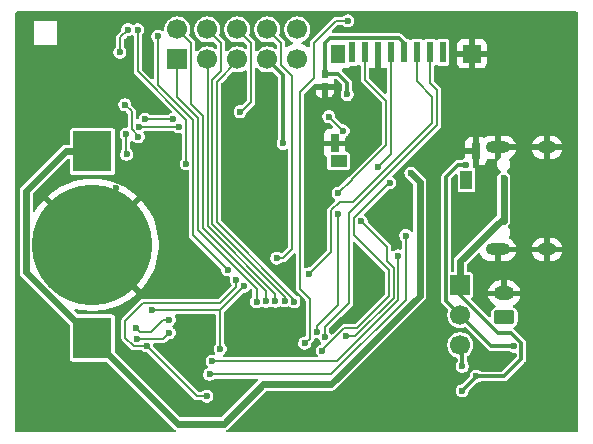
<source format=gbr>
%TF.GenerationSoftware,KiCad,Pcbnew,9.0.2*%
%TF.CreationDate,2025-11-28T15:39:44-05:00*%
%TF.ProjectId,hackathonproject,6861636b-6174-4686-9f6e-70726f6a6563,rev?*%
%TF.SameCoordinates,Original*%
%TF.FileFunction,Copper,L2,Bot*%
%TF.FilePolarity,Positive*%
%FSLAX46Y46*%
G04 Gerber Fmt 4.6, Leading zero omitted, Abs format (unit mm)*
G04 Created by KiCad (PCBNEW 9.0.2) date 2025-11-28 15:39:44*
%MOMM*%
%LPD*%
G01*
G04 APERTURE LIST*
G04 Aperture macros list*
%AMRoundRect*
0 Rectangle with rounded corners*
0 $1 Rounding radius*
0 $2 $3 $4 $5 $6 $7 $8 $9 X,Y pos of 4 corners*
0 Add a 4 corners polygon primitive as box body*
4,1,4,$2,$3,$4,$5,$6,$7,$8,$9,$2,$3,0*
0 Add four circle primitives for the rounded corners*
1,1,$1+$1,$2,$3*
1,1,$1+$1,$4,$5*
1,1,$1+$1,$6,$7*
1,1,$1+$1,$8,$9*
0 Add four rect primitives between the rounded corners*
20,1,$1+$1,$2,$3,$4,$5,0*
20,1,$1+$1,$4,$5,$6,$7,0*
20,1,$1+$1,$6,$7,$8,$9,0*
20,1,$1+$1,$8,$9,$2,$3,0*%
G04 Aperture macros list end*
%TA.AperFunction,ComponentPad*%
%ADD10R,1.700000X1.700000*%
%TD*%
%TA.AperFunction,ComponentPad*%
%ADD11C,1.700000*%
%TD*%
%TA.AperFunction,ComponentPad*%
%ADD12RoundRect,0.250000X0.625000X-0.350000X0.625000X0.350000X-0.625000X0.350000X-0.625000X-0.350000X0*%
%TD*%
%TA.AperFunction,ComponentPad*%
%ADD13O,1.750000X1.200000*%
%TD*%
%TA.AperFunction,HeatsinkPad*%
%ADD14O,2.100000X1.000000*%
%TD*%
%TA.AperFunction,HeatsinkPad*%
%ADD15O,1.600000X1.000000*%
%TD*%
%TA.AperFunction,SMDPad,CuDef*%
%ADD16R,0.600000X1.750000*%
%TD*%
%TA.AperFunction,SMDPad,CuDef*%
%ADD17R,1.450000X1.000000*%
%TD*%
%TA.AperFunction,SMDPad,CuDef*%
%ADD18R,1.000000X1.550000*%
%TD*%
%TA.AperFunction,SMDPad,CuDef*%
%ADD19R,0.800000X1.500000*%
%TD*%
%TA.AperFunction,SMDPad,CuDef*%
%ADD20R,0.800000X1.400000*%
%TD*%
%TA.AperFunction,SMDPad,CuDef*%
%ADD21R,1.500000X1.500000*%
%TD*%
%TA.AperFunction,SMDPad,CuDef*%
%ADD22R,1.300000X1.500000*%
%TD*%
%TA.AperFunction,SMDPad,CuDef*%
%ADD23R,3.300000X3.500000*%
%TD*%
%TA.AperFunction,SMDPad,CuDef*%
%ADD24C,10.200000*%
%TD*%
%TA.AperFunction,SMDPad,CuDef*%
%ADD25R,0.540000X0.790100*%
%TD*%
%TA.AperFunction,ViaPad*%
%ADD26C,0.600000*%
%TD*%
%TA.AperFunction,Conductor*%
%ADD27C,0.600000*%
%TD*%
%TA.AperFunction,Conductor*%
%ADD28C,0.200000*%
%TD*%
%TA.AperFunction,Conductor*%
%ADD29C,0.300000*%
%TD*%
G04 APERTURE END LIST*
D10*
%TO.P,J4,1,Pin_1*%
%TO.N,+5V*%
X177225000Y-82025000D03*
D11*
%TO.P,J4,2,Pin_2*%
%TO.N,VBUS*%
X177225000Y-84565000D03*
%TO.P,J4,3,Pin_3*%
%TO.N,/BATOUT*%
X177225000Y-87105000D03*
%TD*%
D12*
%TO.P,J5,1,Pin_1*%
%TO.N,/BAT*%
X180950000Y-84725000D03*
D13*
%TO.P,J5,2,Pin_2*%
%TO.N,GND*%
X180950000Y-82725000D03*
%TD*%
D14*
%TO.P,J1,S1,SHIELD*%
%TO.N,GND*%
X180395000Y-79000000D03*
D15*
X184575000Y-79000000D03*
D14*
X180395000Y-70360000D03*
D15*
X184575000Y-70360000D03*
%TD*%
D10*
%TO.P,J2,1,Pin_1*%
%TO.N,/IO1 *%
X153275000Y-62915000D03*
D11*
%TO.P,J2,2,Pin_2*%
%TO.N,/IO2*%
X153275000Y-60375000D03*
%TO.P,J2,3,Pin_3*%
%TO.N,/IO3*%
X155815000Y-62915000D03*
%TO.P,J2,4,Pin_4*%
%TO.N,/IO4*%
X155815000Y-60375000D03*
%TO.P,J2,5,Pin_5*%
%TO.N,/IO5*%
X158355000Y-62915000D03*
%TO.P,J2,6,Pin_6*%
%TO.N,/SCL*%
X158355000Y-60375000D03*
%TO.P,J2,7,Pin_7*%
%TO.N,+3.3V*%
X160895000Y-62915000D03*
%TO.P,J2,8,Pin_8*%
%TO.N,/SDA*%
X160895000Y-60375000D03*
%TO.P,J2,9,Pin_9*%
%TO.N,GND*%
X163435000Y-62915000D03*
%TO.P,J2,10,Pin_10*%
%TO.N,VBUS*%
X163435000Y-60375000D03*
%TD*%
D16*
%TO.P,Card1,1,DAT2*%
%TO.N,unconnected-(Card1-DAT2-Pad1)*%
X175750000Y-62300000D03*
%TO.P,Card1,2,CD/DAT3*%
%TO.N,/CD*%
X174649900Y-62300000D03*
%TO.P,Card1,3,CMD*%
%TO.N,/MOSI*%
X173550100Y-62300000D03*
%TO.P,Card1,4,VDD*%
%TO.N,+3.3V*%
X172450000Y-62300000D03*
%TO.P,Card1,5,CLK*%
%TO.N,/SCLK*%
X171350000Y-62300000D03*
%TO.P,Card1,6,VSS*%
%TO.N,GND*%
X170249900Y-62300000D03*
%TO.P,Card1,7,DAT0*%
%TO.N,/MISO*%
X169150100Y-62300000D03*
%TO.P,Card1,8,DAT1*%
%TO.N,unconnected-(Card1-DAT1-Pad8)*%
X168050000Y-62300000D03*
D17*
%TO.P,Card1,9,B*%
%TO.N,unconnected-(Card1-B-Pad9)*%
X166925000Y-71525000D03*
D18*
%TO.P,Card1,10,A*%
%TO.N,unconnected-(Card1-A-Pad10)*%
X177750000Y-73100000D03*
D19*
%TO.P,Card1,11,GND*%
%TO.N,GND*%
X166599900Y-70025100D03*
D20*
%TO.P,Card1,12,GND*%
X178550100Y-70675100D03*
D21*
%TO.P,Card1,13,GND*%
X178200100Y-62425200D03*
D22*
%TO.P,Card1,14,GND*%
X166850100Y-62425200D03*
%TD*%
D23*
%TO.P,BT1,1,+*%
%TO.N,Net-(BT1-+)*%
X146080000Y-86500000D03*
X146080000Y-70700000D03*
D24*
%TO.P,BT1,2,-*%
%TO.N,GND*%
X146080000Y-78600000D03*
%TD*%
D25*
%TO.P,C1,1*%
%TO.N,+3.3V*%
X165750000Y-64150000D03*
%TO.P,C1,2*%
%TO.N,GND*%
X165750000Y-65240200D03*
%TD*%
D26*
%TO.N,GND*%
X170475000Y-88625000D03*
%TO.N,Net-(BT1-+)*%
X173050000Y-72535765D03*
%TO.N,GND*%
X185850000Y-91000000D03*
X162950000Y-81775000D03*
X175949900Y-91174900D03*
X170050000Y-64350000D03*
X178184400Y-68550000D03*
X153600000Y-87075000D03*
X162750000Y-87375000D03*
X173850000Y-85250000D03*
X182825000Y-85425000D03*
X177675000Y-66400000D03*
X166850100Y-62425200D03*
X150750000Y-89425000D03*
X142750000Y-64075000D03*
X182975000Y-72475000D03*
X172450000Y-93900000D03*
X155450000Y-79600000D03*
X165375000Y-92775000D03*
X143075000Y-87075000D03*
X165550000Y-59475000D03*
X152575000Y-79450000D03*
X162800000Y-91325000D03*
X160975000Y-74175000D03*
X175075000Y-78750000D03*
X170150000Y-67425000D03*
X140575000Y-91250000D03*
X148200000Y-64100000D03*
X150500000Y-66450000D03*
X178550000Y-90825000D03*
X175450000Y-60025000D03*
X153775000Y-75050000D03*
X167850000Y-67400000D03*
X184925000Y-66275000D03*
X168500000Y-80975000D03*
X148075000Y-73775000D03*
%TO.N,+3.3V*%
X162225000Y-70025000D03*
X167650000Y-65875000D03*
%TO.N,VBUS*%
X177700000Y-71825000D03*
X181750000Y-87200000D03*
%TO.N,+5V*%
X180925000Y-76550000D03*
X177400000Y-90950000D03*
X180925000Y-72950000D03*
X178575000Y-89750000D03*
%TO.N,/SCLK*%
X165550000Y-87575000D03*
X171232130Y-73356236D03*
X170255147Y-72051153D03*
%TO.N,/MISO*%
X166888235Y-74238235D03*
X166900000Y-76000000D03*
X165088279Y-85950415D03*
%TO.N,/MOSI*%
X164424000Y-81075000D03*
%TO.N,/LED*%
X167710000Y-59650000D03*
X164041793Y-86931737D03*
%TO.N,/BATOUT*%
X177400000Y-88900000D03*
%TO.N,/CLOCK*%
X167575000Y-86367185D03*
X168833556Y-76595743D03*
%TO.N,/SDA*%
X158919504Y-82105496D03*
X151150000Y-84150000D03*
X161672098Y-79744799D03*
X156900000Y-87425000D03*
%TO.N,/SCL*%
X158275000Y-81575000D03*
X150675182Y-87150000D03*
X158575000Y-67325000D03*
X155755568Y-91411965D03*
%TO.N,/SC2*%
X149950000Y-69475000D03*
X148825000Y-66737500D03*
%TO.N,/SD3*%
X152575000Y-86050000D03*
X149820315Y-86554685D03*
%TO.N,/SC3*%
X152575000Y-84950000D03*
X149775000Y-85660843D03*
%TO.N,/SDO*%
X151625000Y-60950000D03*
X157531297Y-80718703D03*
%TO.N,/RX1*%
X156225000Y-88475000D03*
X171975000Y-79550000D03*
%TO.N,/SDI*%
X149059526Y-60386500D03*
X148409000Y-62312500D03*
%TO.N,/SCK*%
X154025000Y-71725000D03*
X149925000Y-60400000D03*
%TO.N,/TX1*%
X172600000Y-77825000D03*
X156000000Y-89575000D03*
%TO.N,/SC0*%
X148944664Y-69230336D03*
X148971134Y-70953866D03*
%TO.N,/SC1*%
X150530002Y-67984998D03*
X152905701Y-67984526D03*
%TO.N,/SD1*%
X150050000Y-68625000D03*
X153400000Y-68625000D03*
%TO.N,/IO1 *%
X159974756Y-83425008D03*
%TO.N,/IO3*%
X161574370Y-83400035D03*
%TO.N,/IO4*%
X162375000Y-83356936D03*
%TO.N,/IO2*%
X160774368Y-83400000D03*
%TO.N,/IO5*%
X163175000Y-83425000D03*
%TO.N,/SC4*%
X167300000Y-68950000D03*
X166100000Y-67750000D03*
%TO.N,/CD*%
X165750000Y-86400000D03*
%TD*%
D27*
%TO.N,Net-(BT1-+)*%
X140479000Y-80920011D02*
X140479000Y-74051000D01*
X173800000Y-82899942D02*
X173800000Y-73285765D01*
X166299971Y-90399971D02*
X173800000Y-82899942D01*
X146080000Y-86500000D02*
X146058989Y-86500000D01*
X143830000Y-70700000D02*
X146080000Y-70700000D01*
X157199000Y-93751000D02*
X160550029Y-90399971D01*
X153331000Y-93751000D02*
X157199000Y-93751000D01*
X160550029Y-90399971D02*
X166299971Y-90399971D01*
X173800000Y-73285765D02*
X173050000Y-72535765D01*
X140479000Y-74051000D02*
X143830000Y-70700000D01*
X146058989Y-86500000D02*
X140479000Y-80920011D01*
X146080000Y-86500000D02*
X153331000Y-93751000D01*
D28*
%TO.N,GND*%
X163776000Y-83051000D02*
X163776000Y-86349000D01*
X162950000Y-81775000D02*
X162950000Y-82225000D01*
X163776000Y-86349000D02*
X162750000Y-87375000D01*
X162950000Y-82225000D02*
X163776000Y-83051000D01*
D29*
%TO.N,+3.3V*%
X165750000Y-64150000D02*
X166900000Y-64150000D01*
X162225000Y-64245000D02*
X160895000Y-62915000D01*
X165750000Y-61523300D02*
X166199300Y-61074000D01*
X165750000Y-64150000D02*
X165750000Y-61523300D01*
X172001000Y-61074000D02*
X172450000Y-61523000D01*
X172450000Y-61523000D02*
X172450000Y-62300000D01*
X166900000Y-64150000D02*
X167650000Y-64900000D01*
X167650000Y-64900000D02*
X167650000Y-65875000D01*
X162225000Y-70025000D02*
X162225000Y-64245000D01*
X166199300Y-61074000D02*
X172001000Y-61074000D01*
D28*
X172450000Y-62977000D02*
X172450000Y-62300000D01*
D29*
%TO.N,VBUS*%
X179860000Y-87200000D02*
X181750000Y-87200000D01*
X177048000Y-71825000D02*
X177700000Y-71825000D01*
X177225000Y-84565000D02*
X179860000Y-87200000D01*
X176024000Y-72849000D02*
X177048000Y-71825000D01*
X177225000Y-84565000D02*
X176024000Y-83364000D01*
X176024000Y-83364000D02*
X176024000Y-72849000D01*
%TO.N,+5V*%
X178575000Y-89750000D02*
X178575000Y-89775000D01*
D27*
X177225000Y-80001149D02*
X177225000Y-82025000D01*
X180676149Y-76550000D02*
X177225000Y-80001149D01*
D29*
X181545654Y-86075000D02*
X182401000Y-86930346D01*
X180900000Y-89750000D02*
X178575000Y-89750000D01*
X180433471Y-86075000D02*
X181545654Y-86075000D01*
X182401000Y-88249000D02*
X180900000Y-89750000D01*
X177225000Y-82866529D02*
X180433471Y-86075000D01*
X177225000Y-82025000D02*
X177225000Y-82866529D01*
D27*
X180925000Y-72950000D02*
X180925000Y-76550000D01*
X180925000Y-76550000D02*
X180676149Y-76550000D01*
D29*
X178575000Y-89775000D02*
X177400000Y-90950000D01*
X182401000Y-86930346D02*
X182401000Y-88249000D01*
D28*
%TO.N,/SCLK*%
X168461850Y-85686850D02*
X171173000Y-82975700D01*
X168232556Y-77757556D02*
X168232556Y-76346800D01*
X165550000Y-87575000D02*
X165550000Y-87542242D01*
X169854356Y-74725000D02*
X169854356Y-74719174D01*
X170255147Y-72051153D02*
X171350000Y-70956300D01*
X165550000Y-87542242D02*
X167405392Y-85686850D01*
X171173000Y-80698000D02*
X168232556Y-77757556D01*
X167405392Y-85686850D02*
X168461850Y-85686850D01*
X168232556Y-76346800D02*
X169854356Y-74725000D01*
X171217294Y-73356236D02*
X171232130Y-73356236D01*
X171173000Y-82975700D02*
X171173000Y-80698000D01*
X171350000Y-68200000D02*
X171350000Y-62300000D01*
X169854356Y-74719174D02*
X171217294Y-73356236D01*
X171350000Y-70956300D02*
X171350000Y-68200000D01*
%TO.N,/MISO*%
X166900000Y-83700000D02*
X166900000Y-76000000D01*
X165088279Y-85950415D02*
X165088279Y-85511721D01*
X170949000Y-70176000D02*
X170949000Y-66424000D01*
X165088279Y-85511721D02*
X166900000Y-83700000D01*
X166888235Y-74238235D02*
X168049000Y-73077470D01*
X168049000Y-73077470D02*
X168049000Y-73076000D01*
X169150100Y-64625100D02*
X169150100Y-62300000D01*
X168049000Y-73076000D02*
X170949000Y-70176000D01*
X170949000Y-66424000D02*
X169150100Y-64625100D01*
%TO.N,/MOSI*%
X173550100Y-64751100D02*
X173550100Y-62300000D01*
X174849000Y-66050000D02*
X173550100Y-64751100D01*
X174849000Y-68308900D02*
X174849000Y-66050000D01*
X166300000Y-75675000D02*
X167000000Y-74975000D01*
X168182900Y-74975000D02*
X174849000Y-68308900D01*
X166300000Y-79199000D02*
X166300000Y-75675000D01*
X164424000Y-81075000D02*
X166300000Y-79199000D01*
X167000000Y-74975000D02*
X168182900Y-74975000D01*
%TO.N,/LED*%
X164835000Y-64515000D02*
X164835000Y-61515000D01*
X164118263Y-86931737D02*
X164475000Y-86575000D01*
X164041793Y-86931737D02*
X164118263Y-86931737D01*
X163675000Y-82357900D02*
X163675000Y-65675000D01*
X164475000Y-86575000D02*
X164475000Y-83157900D01*
X166700000Y-59650000D02*
X167710000Y-59650000D01*
X163675000Y-65675000D02*
X164835000Y-64515000D01*
X164835000Y-61515000D02*
X166700000Y-59650000D01*
X164475000Y-83157900D02*
X163675000Y-82357900D01*
D29*
%TO.N,/BATOUT*%
X177400000Y-87280000D02*
X177225000Y-87105000D01*
X177400000Y-88900000D02*
X177400000Y-87280000D01*
D28*
%TO.N,/CLOCK*%
X168348615Y-86367185D02*
X171574000Y-83141800D01*
X167575000Y-86367185D02*
X168348615Y-86367185D01*
X171574000Y-83141800D02*
X171574000Y-80531900D01*
X171049000Y-78811187D02*
X168833556Y-76595743D01*
X171574000Y-80531900D02*
X171049000Y-80006900D01*
X171049000Y-80006900D02*
X171049000Y-78811187D01*
%TO.N,/SDA*%
X162046000Y-61526000D02*
X160895000Y-60375000D01*
X162205201Y-79744799D02*
X163000000Y-78950000D01*
X161672098Y-79744799D02*
X162205201Y-79744799D01*
X156900000Y-84125000D02*
X156900000Y-87425000D01*
X156875000Y-84150000D02*
X151150000Y-84150000D01*
X158919504Y-82105496D02*
X156900000Y-84125000D01*
X163000000Y-78950000D02*
X163000000Y-64345760D01*
X163000000Y-64345760D02*
X162046000Y-63391760D01*
X162046000Y-63391760D02*
X162046000Y-61526000D01*
%TO.N,/SCL*%
X156900000Y-83550000D02*
X158275000Y-82175000D01*
X149571372Y-87155685D02*
X148875000Y-86459313D01*
X154915173Y-91411965D02*
X150675182Y-87171974D01*
X158700000Y-67325000D02*
X159506000Y-66519000D01*
X150675182Y-87150000D02*
X150669497Y-87155685D01*
X150350000Y-83550000D02*
X156900000Y-83550000D01*
X155755568Y-91411965D02*
X155857477Y-91411965D01*
X150669497Y-87155685D02*
X149571372Y-87155685D01*
X148875000Y-85025000D02*
X150350000Y-83550000D01*
X158575000Y-67325000D02*
X158700000Y-67325000D01*
X150675182Y-87171974D02*
X150675182Y-87150000D01*
X159506000Y-61526000D02*
X158355000Y-60375000D01*
X158275000Y-82175000D02*
X158275000Y-81575000D01*
X159506000Y-66519000D02*
X159506000Y-61526000D01*
X155755568Y-91411965D02*
X154915173Y-91411965D01*
X148875000Y-86459313D02*
X148875000Y-85025000D01*
%TO.N,/SC2*%
X149400000Y-68835729D02*
X149400000Y-67312500D01*
X149400000Y-67312500D02*
X148825000Y-66737500D01*
X149950000Y-69385729D02*
X149400000Y-68835729D01*
X149950000Y-69475000D02*
X149950000Y-69385729D01*
%TO.N,/SD3*%
X152075000Y-86550000D02*
X149825000Y-86550000D01*
X149825000Y-86550000D02*
X149820315Y-86554685D01*
X152575000Y-86050000D02*
X152075000Y-86550000D01*
%TO.N,/SC3*%
X150114157Y-86000000D02*
X151025000Y-86000000D01*
X152075000Y-84950000D02*
X152575000Y-84950000D01*
X149775000Y-85660843D02*
X150114157Y-86000000D01*
X151025000Y-86000000D02*
X152075000Y-84950000D01*
%TO.N,/SDO*%
X151625000Y-65032900D02*
X151625000Y-60950000D01*
X151646050Y-65053950D02*
X151625000Y-65032900D01*
X154625000Y-77812406D02*
X154625000Y-68032900D01*
X154625000Y-68032900D02*
X151646050Y-65053950D01*
X157531297Y-80718703D02*
X154625000Y-77812406D01*
%TO.N,/RX1*%
X166807900Y-88475000D02*
X156225000Y-88475000D01*
X171975000Y-79550000D02*
X171975000Y-83307900D01*
X171975000Y-83307900D02*
X166807900Y-88475000D01*
%TO.N,/SDI*%
X148409000Y-62312500D02*
X148409000Y-61037026D01*
X148409000Y-61037026D02*
X149059526Y-60386500D01*
%TO.N,/SCK*%
X154025000Y-68000000D02*
X149925000Y-63900000D01*
X149925000Y-63900000D02*
X149925000Y-60400000D01*
X154025000Y-71725000D02*
X154025000Y-68000000D01*
%TO.N,/TX1*%
X172600000Y-83250000D02*
X172600000Y-77825000D01*
X156000000Y-89575000D02*
X166275000Y-89575000D01*
X166275000Y-89575000D02*
X172600000Y-83250000D01*
%TO.N,/SC0*%
X148944664Y-69230336D02*
X148944664Y-70927396D01*
X148944664Y-70927396D02*
X148971134Y-70953866D01*
%TO.N,/SC1*%
X150530002Y-67984998D02*
X150704581Y-67984998D01*
X150705053Y-67984526D02*
X152905701Y-67984526D01*
X150704581Y-67984998D02*
X150705053Y-67984526D01*
%TO.N,/SD1*%
X150050000Y-68625000D02*
X153400000Y-68625000D01*
%TO.N,/IO1 *%
X159975000Y-82312463D02*
X155026000Y-77363463D01*
X155026000Y-77363463D02*
X155026000Y-67866800D01*
X159975000Y-83424764D02*
X159975000Y-82312463D01*
X159974756Y-83425008D02*
X159975000Y-83424764D01*
X153275000Y-66115800D02*
X153275000Y-62915000D01*
X155026000Y-67866800D02*
X153275000Y-66115800D01*
%TO.N,/IO3*%
X161574370Y-83400035D02*
X161575000Y-83399405D01*
X155828000Y-77031263D02*
X155828000Y-62928000D01*
X161575000Y-82778263D02*
X155828000Y-77031263D01*
X155828000Y-62928000D02*
X155815000Y-62915000D01*
X161575000Y-83399405D02*
X161575000Y-82778263D01*
%TO.N,/IO4*%
X156966000Y-63900000D02*
X156966000Y-61526000D01*
X156229000Y-64637000D02*
X156966000Y-63900000D01*
X162375000Y-83356936D02*
X162373106Y-83355042D01*
X156229000Y-76865163D02*
X156229000Y-64637000D01*
X156966000Y-61526000D02*
X155815000Y-60375000D01*
X162373106Y-83355042D02*
X162373106Y-83009269D01*
X162373106Y-83009269D02*
X156229000Y-76865163D01*
%TO.N,/IO2*%
X160774454Y-83399914D02*
X160774454Y-82544817D01*
X154426000Y-66699700D02*
X154426000Y-61526000D01*
X155427000Y-67700700D02*
X154426000Y-66699700D01*
X160774368Y-83400000D02*
X160774454Y-83399914D01*
X160774454Y-82544817D02*
X155427000Y-77197363D01*
X154426000Y-61526000D02*
X153275000Y-60375000D01*
X155427000Y-77197363D02*
X155427000Y-67700700D01*
%TO.N,/IO5*%
X163175000Y-83244063D02*
X156630000Y-76699063D01*
X156630000Y-76699063D02*
X156630000Y-64803100D01*
X158355000Y-63078100D02*
X158355000Y-62915000D01*
X163175000Y-83425000D02*
X163175000Y-83244063D01*
X156630000Y-64803100D02*
X158355000Y-63078100D01*
%TO.N,/SC4*%
X167300000Y-68950000D02*
X166100000Y-67750000D01*
%TO.N,/CD*%
X167775000Y-83549131D02*
X167775000Y-75950000D01*
X175250000Y-65500000D02*
X174649900Y-64899900D01*
X165750000Y-86400000D02*
X165750000Y-85574131D01*
X174649900Y-64899900D02*
X174649900Y-62300000D01*
X175250000Y-68475000D02*
X175250000Y-65500000D01*
X167775000Y-75950000D02*
X175250000Y-68475000D01*
X165750000Y-85574131D02*
X167775000Y-83549131D01*
%TD*%
%TA.AperFunction,Conductor*%
%TO.N,GND*%
G36*
X187117539Y-58870185D02*
G01*
X187163294Y-58922989D01*
X187174500Y-58974500D01*
X187174500Y-94350500D01*
X187154815Y-94417539D01*
X187102011Y-94463294D01*
X187050500Y-94474500D01*
X157509635Y-94474500D01*
X157442596Y-94454815D01*
X157396841Y-94402011D01*
X157386897Y-94332853D01*
X157415922Y-94269297D01*
X157447634Y-94243113D01*
X157537015Y-94191510D01*
X160741734Y-90986789D01*
X160803057Y-90953305D01*
X160829415Y-90950471D01*
X166372443Y-90950471D01*
X166372445Y-90950471D01*
X166372446Y-90950471D01*
X166512456Y-90912955D01*
X166539617Y-90897273D01*
X166539619Y-90897273D01*
X166637979Y-90840485D01*
X166637978Y-90840485D01*
X166637986Y-90840481D01*
X170460078Y-87018389D01*
X176124500Y-87018389D01*
X176124500Y-87191610D01*
X176151568Y-87362515D01*
X176151598Y-87362701D01*
X176204615Y-87525870D01*
X176205128Y-87527447D01*
X176266283Y-87647472D01*
X176283768Y-87681788D01*
X176385586Y-87821928D01*
X176508072Y-87944414D01*
X176648212Y-88046232D01*
X176720584Y-88083107D01*
X176802550Y-88124871D01*
X176802552Y-88124871D01*
X176802555Y-88124873D01*
X176913819Y-88161025D01*
X176934221Y-88174975D01*
X176956703Y-88185243D01*
X176962556Y-88194351D01*
X176971494Y-88200463D01*
X176981114Y-88223228D01*
X176994477Y-88244021D01*
X176996836Y-88260431D01*
X176998692Y-88264822D01*
X176999500Y-88278956D01*
X176999500Y-88470614D01*
X176979815Y-88537653D01*
X176963181Y-88558295D01*
X176959493Y-88561982D01*
X176959488Y-88561988D01*
X176887017Y-88687511D01*
X176887016Y-88687515D01*
X176849500Y-88827525D01*
X176849500Y-88972475D01*
X176873493Y-89062016D01*
X176887017Y-89112488D01*
X176959488Y-89238011D01*
X176959490Y-89238013D01*
X176959491Y-89238015D01*
X177061985Y-89340509D01*
X177061986Y-89340510D01*
X177061988Y-89340511D01*
X177187511Y-89412982D01*
X177187512Y-89412982D01*
X177187515Y-89412984D01*
X177327525Y-89450500D01*
X177327528Y-89450500D01*
X177472472Y-89450500D01*
X177472475Y-89450500D01*
X177612485Y-89412984D01*
X177738015Y-89340509D01*
X177840509Y-89238015D01*
X177912984Y-89112485D01*
X177950500Y-88972475D01*
X177950500Y-88827525D01*
X177912984Y-88687515D01*
X177912968Y-88687488D01*
X177840511Y-88561988D01*
X177840506Y-88561982D01*
X177836819Y-88558295D01*
X177803334Y-88496972D01*
X177800500Y-88470614D01*
X177800500Y-88110348D01*
X177820185Y-88043309D01*
X177851613Y-88010031D01*
X177941928Y-87944414D01*
X178064414Y-87821928D01*
X178166232Y-87681788D01*
X178244873Y-87527445D01*
X178298402Y-87362701D01*
X178325500Y-87191611D01*
X178325500Y-87018389D01*
X178298402Y-86847299D01*
X178244873Y-86682555D01*
X178166232Y-86528212D01*
X178064414Y-86388072D01*
X177941928Y-86265586D01*
X177801788Y-86163768D01*
X177647445Y-86085127D01*
X177482701Y-86031598D01*
X177482699Y-86031597D01*
X177482698Y-86031597D01*
X177351271Y-86010781D01*
X177311611Y-86004500D01*
X177138389Y-86004500D01*
X177098728Y-86010781D01*
X176967302Y-86031597D01*
X176802552Y-86085128D01*
X176648211Y-86163768D01*
X176599031Y-86199500D01*
X176508072Y-86265586D01*
X176508070Y-86265588D01*
X176508069Y-86265588D01*
X176385588Y-86388069D01*
X176385588Y-86388070D01*
X176385586Y-86388072D01*
X176380204Y-86395480D01*
X176283768Y-86528211D01*
X176205128Y-86682552D01*
X176205127Y-86682554D01*
X176205127Y-86682555D01*
X176196118Y-86710281D01*
X176151597Y-86847302D01*
X176124500Y-87018389D01*
X170460078Y-87018389D01*
X174240510Y-83237957D01*
X174312984Y-83112427D01*
X174316314Y-83100000D01*
X174321793Y-83079554D01*
X174337051Y-83022609D01*
X174350500Y-82972417D01*
X174350500Y-73213290D01*
X174312984Y-73073280D01*
X174298821Y-73048749D01*
X174240510Y-72947750D01*
X174089031Y-72796271D01*
X175623500Y-72796271D01*
X175623500Y-83416726D01*
X175650793Y-83518589D01*
X175672163Y-83555602D01*
X175703520Y-83609913D01*
X175703522Y-83609915D01*
X176159006Y-84065399D01*
X176192491Y-84126722D01*
X176189256Y-84191397D01*
X176151598Y-84307297D01*
X176151597Y-84307301D01*
X176126909Y-84463181D01*
X176124500Y-84478389D01*
X176124500Y-84651611D01*
X176126301Y-84662982D01*
X176149553Y-84809794D01*
X176151598Y-84822701D01*
X176205127Y-84987445D01*
X176283768Y-85141788D01*
X176385586Y-85281928D01*
X176508072Y-85404414D01*
X176648212Y-85506232D01*
X176802555Y-85584873D01*
X176967299Y-85638402D01*
X177138389Y-85665500D01*
X177138390Y-85665500D01*
X177311610Y-85665500D01*
X177311611Y-85665500D01*
X177482701Y-85638402D01*
X177598602Y-85600742D01*
X177668442Y-85598748D01*
X177724600Y-85630993D01*
X178630877Y-86537269D01*
X179539518Y-87445910D01*
X179539520Y-87445913D01*
X179614087Y-87520480D01*
X179683037Y-87560288D01*
X179705413Y-87573207D01*
X179807273Y-87600501D01*
X179807275Y-87600501D01*
X179920323Y-87600501D01*
X179920339Y-87600500D01*
X181320614Y-87600500D01*
X181387653Y-87620185D01*
X181408295Y-87636819D01*
X181411985Y-87640509D01*
X181411986Y-87640510D01*
X181411988Y-87640511D01*
X181537511Y-87712982D01*
X181537512Y-87712982D01*
X181537515Y-87712984D01*
X181677525Y-87750500D01*
X181677528Y-87750500D01*
X181822472Y-87750500D01*
X181822475Y-87750500D01*
X181844407Y-87744623D01*
X181869399Y-87745217D01*
X181894147Y-87741659D01*
X181903726Y-87746033D01*
X181914253Y-87746284D01*
X181934958Y-87760296D01*
X181957703Y-87770684D01*
X181963396Y-87779543D01*
X181972117Y-87785445D01*
X181981960Y-87808429D01*
X181995477Y-87829462D01*
X181997756Y-87845312D01*
X181999623Y-87849672D01*
X182000500Y-87864397D01*
X182000500Y-88031745D01*
X181980815Y-88098784D01*
X181964181Y-88119426D01*
X180770426Y-89313181D01*
X180709103Y-89346666D01*
X180682745Y-89349500D01*
X179004386Y-89349500D01*
X178937347Y-89329815D01*
X178916705Y-89313181D01*
X178913017Y-89309493D01*
X178913011Y-89309488D01*
X178787488Y-89237017D01*
X178787489Y-89237017D01*
X178776006Y-89233940D01*
X178647475Y-89199500D01*
X178502525Y-89199500D01*
X178373993Y-89233940D01*
X178362511Y-89237017D01*
X178236988Y-89309488D01*
X178236982Y-89309493D01*
X178134493Y-89411982D01*
X178134488Y-89411988D01*
X178062017Y-89537511D01*
X178062016Y-89537515D01*
X178024500Y-89677525D01*
X178024500Y-89677527D01*
X178024500Y-89707745D01*
X178004815Y-89774784D01*
X177988181Y-89795426D01*
X177420426Y-90363181D01*
X177359103Y-90396666D01*
X177332745Y-90399500D01*
X177327525Y-90399500D01*
X177198993Y-90433940D01*
X177187511Y-90437017D01*
X177061988Y-90509488D01*
X177061982Y-90509493D01*
X176959493Y-90611982D01*
X176959488Y-90611988D01*
X176887017Y-90737511D01*
X176887016Y-90737515D01*
X176849500Y-90877525D01*
X176849500Y-91022475D01*
X176863293Y-91073950D01*
X176887017Y-91162488D01*
X176959488Y-91288011D01*
X176959490Y-91288013D01*
X176959491Y-91288015D01*
X177061985Y-91390509D01*
X177061986Y-91390510D01*
X177061988Y-91390511D01*
X177187511Y-91462982D01*
X177187512Y-91462982D01*
X177187515Y-91462984D01*
X177327525Y-91500500D01*
X177327528Y-91500500D01*
X177472472Y-91500500D01*
X177472475Y-91500500D01*
X177612485Y-91462984D01*
X177738015Y-91390509D01*
X177840509Y-91288015D01*
X177912984Y-91162485D01*
X177950500Y-91022475D01*
X177950500Y-91017255D01*
X177970185Y-90950216D01*
X177986819Y-90929574D01*
X178178882Y-90737511D01*
X178581343Y-90335049D01*
X178639769Y-90303146D01*
X178639624Y-90302603D01*
X178641864Y-90302002D01*
X178642664Y-90301566D01*
X178645035Y-90301153D01*
X178647472Y-90300500D01*
X178647475Y-90300500D01*
X178787485Y-90262984D01*
X178913015Y-90190509D01*
X178916705Y-90186819D01*
X178978028Y-90153334D01*
X179004386Y-90150500D01*
X180952725Y-90150500D01*
X180952727Y-90150500D01*
X181054588Y-90123207D01*
X181145913Y-90070480D01*
X182636703Y-88579687D01*
X182636708Y-88579684D01*
X182646911Y-88569480D01*
X182646913Y-88569480D01*
X182721480Y-88494913D01*
X182774207Y-88403587D01*
X182778647Y-88387016D01*
X182801501Y-88301727D01*
X182801501Y-88196273D01*
X182801500Y-88196269D01*
X182801500Y-86877619D01*
X182800842Y-86875165D01*
X182788492Y-86829071D01*
X182774207Y-86775758D01*
X182721480Y-86684433D01*
X181791567Y-85754520D01*
X181791564Y-85754518D01*
X181791560Y-85754515D01*
X181781559Y-85748741D01*
X181733345Y-85698173D01*
X181720124Y-85629566D01*
X181746094Y-85564702D01*
X181800229Y-85525174D01*
X181817331Y-85518796D01*
X181932546Y-85432546D01*
X182018796Y-85317331D01*
X182069091Y-85182483D01*
X182075500Y-85122873D01*
X182075499Y-84327128D01*
X182070299Y-84278757D01*
X182069091Y-84267516D01*
X182018797Y-84132671D01*
X182018793Y-84132664D01*
X181932547Y-84017455D01*
X181932544Y-84017452D01*
X181817335Y-83931206D01*
X181817330Y-83931203D01*
X181771798Y-83914221D01*
X181715865Y-83872349D01*
X181691448Y-83806885D01*
X181706300Y-83738612D01*
X181755705Y-83689207D01*
X181758838Y-83687554D01*
X181801522Y-83665805D01*
X181941602Y-83564032D01*
X182064032Y-83441602D01*
X182165804Y-83301524D01*
X182244408Y-83147255D01*
X182297914Y-82982584D01*
X182299115Y-82975000D01*
X181230330Y-82975000D01*
X181250075Y-82955255D01*
X181299444Y-82869745D01*
X181325000Y-82774370D01*
X181325000Y-82675630D01*
X181299444Y-82580255D01*
X181250075Y-82494745D01*
X181230330Y-82475000D01*
X182299115Y-82475000D01*
X182299115Y-82474999D01*
X182297914Y-82467415D01*
X182244408Y-82302744D01*
X182165804Y-82148475D01*
X182064032Y-82008397D01*
X181941602Y-81885967D01*
X181801524Y-81784195D01*
X181647257Y-81705591D01*
X181482584Y-81652085D01*
X181311571Y-81625000D01*
X181200000Y-81625000D01*
X181200000Y-82444670D01*
X181180255Y-82424925D01*
X181094745Y-82375556D01*
X180999370Y-82350000D01*
X180900630Y-82350000D01*
X180805255Y-82375556D01*
X180719745Y-82424925D01*
X180700000Y-82444670D01*
X180700000Y-81625000D01*
X180588429Y-81625000D01*
X180417415Y-81652085D01*
X180252742Y-81705591D01*
X180098475Y-81784195D01*
X179958397Y-81885967D01*
X179835967Y-82008397D01*
X179734195Y-82148475D01*
X179655591Y-82302744D01*
X179602085Y-82467415D01*
X179600884Y-82474999D01*
X179600885Y-82475000D01*
X180669670Y-82475000D01*
X180649925Y-82494745D01*
X180600556Y-82580255D01*
X180575000Y-82675630D01*
X180575000Y-82774370D01*
X180600556Y-82869745D01*
X180649925Y-82955255D01*
X180669670Y-82975000D01*
X179600885Y-82975000D01*
X179602085Y-82982584D01*
X179655591Y-83147255D01*
X179734195Y-83301524D01*
X179835967Y-83441602D01*
X179958397Y-83564032D01*
X180098475Y-83665804D01*
X180141162Y-83687554D01*
X180191958Y-83735529D01*
X180208753Y-83803350D01*
X180186216Y-83869485D01*
X180131501Y-83912936D01*
X180128201Y-83914221D01*
X180082670Y-83931203D01*
X180082664Y-83931206D01*
X179967455Y-84017452D01*
X179967452Y-84017455D01*
X179881206Y-84132664D01*
X179881202Y-84132671D01*
X179830908Y-84267517D01*
X179825100Y-84321544D01*
X179824501Y-84327123D01*
X179824500Y-84327135D01*
X179824500Y-84600274D01*
X179804815Y-84667313D01*
X179752011Y-84713068D01*
X179682853Y-84723012D01*
X179619297Y-84693987D01*
X179612819Y-84687955D01*
X178197508Y-83272644D01*
X178164023Y-83211321D01*
X178169007Y-83141629D01*
X178210879Y-83085696D01*
X178216283Y-83081871D01*
X178255601Y-83055601D01*
X178310966Y-82972740D01*
X178325500Y-82899674D01*
X178325500Y-81150326D01*
X178325500Y-81150323D01*
X178325499Y-81150321D01*
X178310967Y-81077264D01*
X178310966Y-81077262D01*
X178310966Y-81077260D01*
X178255601Y-80994399D01*
X178172740Y-80939034D01*
X178172739Y-80939033D01*
X178172735Y-80939032D01*
X178099677Y-80924500D01*
X178099674Y-80924500D01*
X177899500Y-80924500D01*
X177832461Y-80904815D01*
X177786706Y-80852011D01*
X177775500Y-80800500D01*
X177775500Y-80280535D01*
X177795185Y-80213496D01*
X177811814Y-80192859D01*
X178702287Y-79302385D01*
X178763605Y-79268904D01*
X178833296Y-79273888D01*
X178889230Y-79315759D01*
X178904524Y-79342618D01*
X178958807Y-79473671D01*
X178958814Y-79473684D01*
X179068248Y-79637462D01*
X179068251Y-79637466D01*
X179207533Y-79776748D01*
X179207537Y-79776751D01*
X179371315Y-79886185D01*
X179371328Y-79886192D01*
X179553306Y-79961569D01*
X179553318Y-79961572D01*
X179746504Y-79999999D01*
X179746508Y-80000000D01*
X180145000Y-80000000D01*
X180145000Y-79300000D01*
X180645000Y-79300000D01*
X180645000Y-80000000D01*
X181043492Y-80000000D01*
X181043495Y-79999999D01*
X181236681Y-79961572D01*
X181236693Y-79961569D01*
X181418671Y-79886192D01*
X181418684Y-79886185D01*
X181582462Y-79776751D01*
X181582466Y-79776748D01*
X181721748Y-79637466D01*
X181721751Y-79637462D01*
X181831185Y-79473684D01*
X181831192Y-79473671D01*
X181906569Y-79291692D01*
X181906569Y-79291690D01*
X181914862Y-79250000D01*
X181111988Y-79250000D01*
X181129205Y-79240060D01*
X181185060Y-79184205D01*
X181224556Y-79115796D01*
X181245000Y-79039496D01*
X181245000Y-78960504D01*
X181224556Y-78884204D01*
X181185060Y-78815795D01*
X181129205Y-78759940D01*
X181111988Y-78750000D01*
X181914862Y-78750000D01*
X183305138Y-78750000D01*
X184108012Y-78750000D01*
X184090795Y-78759940D01*
X184034940Y-78815795D01*
X183995444Y-78884204D01*
X183975000Y-78960504D01*
X183975000Y-79039496D01*
X183995444Y-79115796D01*
X184034940Y-79184205D01*
X184090795Y-79240060D01*
X184108012Y-79250000D01*
X183305138Y-79250000D01*
X183313430Y-79291690D01*
X183313430Y-79291692D01*
X183388807Y-79473671D01*
X183388814Y-79473684D01*
X183498248Y-79637462D01*
X183498251Y-79637466D01*
X183637533Y-79776748D01*
X183637537Y-79776751D01*
X183801315Y-79886185D01*
X183801328Y-79886192D01*
X183983306Y-79961569D01*
X183983318Y-79961572D01*
X184176504Y-79999999D01*
X184176508Y-80000000D01*
X184325000Y-80000000D01*
X184325000Y-79300000D01*
X184825000Y-79300000D01*
X184825000Y-80000000D01*
X184973492Y-80000000D01*
X184973495Y-79999999D01*
X185166681Y-79961572D01*
X185166693Y-79961569D01*
X185348671Y-79886192D01*
X185348684Y-79886185D01*
X185512462Y-79776751D01*
X185512466Y-79776748D01*
X185651748Y-79637466D01*
X185651751Y-79637462D01*
X185761185Y-79473684D01*
X185761192Y-79473671D01*
X185836569Y-79291692D01*
X185836569Y-79291690D01*
X185844862Y-79250000D01*
X185041988Y-79250000D01*
X185059205Y-79240060D01*
X185115060Y-79184205D01*
X185154556Y-79115796D01*
X185175000Y-79039496D01*
X185175000Y-78960504D01*
X185154556Y-78884204D01*
X185115060Y-78815795D01*
X185059205Y-78759940D01*
X185041988Y-78750000D01*
X185844862Y-78750000D01*
X185836569Y-78708309D01*
X185836569Y-78708307D01*
X185761192Y-78526328D01*
X185761185Y-78526315D01*
X185651751Y-78362537D01*
X185651748Y-78362533D01*
X185512466Y-78223251D01*
X185512462Y-78223248D01*
X185348684Y-78113814D01*
X185348671Y-78113807D01*
X185166693Y-78038430D01*
X185166681Y-78038427D01*
X184973495Y-78000000D01*
X184825000Y-78000000D01*
X184825000Y-78700000D01*
X184325000Y-78700000D01*
X184325000Y-78000000D01*
X184176504Y-78000000D01*
X183983318Y-78038427D01*
X183983306Y-78038430D01*
X183801328Y-78113807D01*
X183801315Y-78113814D01*
X183637537Y-78223248D01*
X183637533Y-78223251D01*
X183498251Y-78362533D01*
X183498248Y-78362537D01*
X183388814Y-78526315D01*
X183388807Y-78526328D01*
X183313430Y-78708307D01*
X183313430Y-78708309D01*
X183305138Y-78750000D01*
X181914862Y-78750000D01*
X181906569Y-78708309D01*
X181906569Y-78708307D01*
X181831192Y-78526328D01*
X181831185Y-78526315D01*
X181721751Y-78362537D01*
X181721748Y-78362533D01*
X181582466Y-78223251D01*
X181582462Y-78223248D01*
X181418684Y-78113814D01*
X181418674Y-78113809D01*
X181409157Y-78109867D01*
X181354754Y-78066026D01*
X181332689Y-77999731D01*
X181349969Y-77932032D01*
X181353648Y-77926597D01*
X181355512Y-77923367D01*
X181355515Y-77923365D01*
X181431281Y-77792135D01*
X181470500Y-77645766D01*
X181470500Y-77494234D01*
X181431281Y-77347865D01*
X181355515Y-77216635D01*
X181283883Y-77145003D01*
X181250398Y-77083680D01*
X181255382Y-77013988D01*
X181283883Y-76969641D01*
X181365509Y-76888015D01*
X181437984Y-76762485D01*
X181475500Y-76622475D01*
X181475500Y-72877525D01*
X181437984Y-72737515D01*
X181416613Y-72700500D01*
X181365511Y-72611988D01*
X181365506Y-72611982D01*
X181263017Y-72509493D01*
X181263015Y-72509491D01*
X181263012Y-72509489D01*
X181263008Y-72509486D01*
X181217409Y-72483159D01*
X181169194Y-72432592D01*
X181155972Y-72363984D01*
X181181940Y-72299120D01*
X181217409Y-72268387D01*
X181248365Y-72250515D01*
X181355515Y-72143365D01*
X181431281Y-72012135D01*
X181470500Y-71865766D01*
X181470500Y-71714234D01*
X181431281Y-71567865D01*
X181355515Y-71436635D01*
X181355513Y-71436633D01*
X181351451Y-71429597D01*
X181353654Y-71428325D01*
X181333041Y-71375022D01*
X181347073Y-71306576D01*
X181395882Y-71256582D01*
X181409163Y-71250129D01*
X181418682Y-71246186D01*
X181418684Y-71246185D01*
X181582462Y-71136751D01*
X181582466Y-71136748D01*
X181721748Y-70997466D01*
X181721751Y-70997462D01*
X181831185Y-70833684D01*
X181831192Y-70833671D01*
X181906569Y-70651692D01*
X181906569Y-70651690D01*
X181914862Y-70610000D01*
X181111988Y-70610000D01*
X181129205Y-70600060D01*
X181185060Y-70544205D01*
X181224556Y-70475796D01*
X181245000Y-70399496D01*
X181245000Y-70320504D01*
X181224556Y-70244204D01*
X181185060Y-70175795D01*
X181129205Y-70119940D01*
X181111988Y-70110000D01*
X181914862Y-70110000D01*
X183305138Y-70110000D01*
X184108012Y-70110000D01*
X184090795Y-70119940D01*
X184034940Y-70175795D01*
X183995444Y-70244204D01*
X183975000Y-70320504D01*
X183975000Y-70399496D01*
X183995444Y-70475796D01*
X184034940Y-70544205D01*
X184090795Y-70600060D01*
X184108012Y-70610000D01*
X183305138Y-70610000D01*
X183313430Y-70651690D01*
X183313430Y-70651692D01*
X183388807Y-70833671D01*
X183388814Y-70833684D01*
X183498248Y-70997462D01*
X183498251Y-70997466D01*
X183637533Y-71136748D01*
X183637537Y-71136751D01*
X183801315Y-71246185D01*
X183801328Y-71246192D01*
X183983306Y-71321569D01*
X183983318Y-71321572D01*
X184176504Y-71359999D01*
X184176508Y-71360000D01*
X184325000Y-71360000D01*
X184325000Y-70660000D01*
X184825000Y-70660000D01*
X184825000Y-71360000D01*
X184973492Y-71360000D01*
X184973495Y-71359999D01*
X185166681Y-71321572D01*
X185166693Y-71321569D01*
X185348671Y-71246192D01*
X185348684Y-71246185D01*
X185512462Y-71136751D01*
X185512466Y-71136748D01*
X185651748Y-70997466D01*
X185651751Y-70997462D01*
X185761185Y-70833684D01*
X185761192Y-70833671D01*
X185836569Y-70651692D01*
X185836569Y-70651690D01*
X185844862Y-70610000D01*
X185041988Y-70610000D01*
X185059205Y-70600060D01*
X185115060Y-70544205D01*
X185154556Y-70475796D01*
X185175000Y-70399496D01*
X185175000Y-70320504D01*
X185154556Y-70244204D01*
X185115060Y-70175795D01*
X185059205Y-70119940D01*
X185041988Y-70110000D01*
X185844862Y-70110000D01*
X185836569Y-70068309D01*
X185836569Y-70068307D01*
X185761192Y-69886328D01*
X185761185Y-69886315D01*
X185651751Y-69722537D01*
X185651748Y-69722533D01*
X185512466Y-69583251D01*
X185512462Y-69583248D01*
X185348684Y-69473814D01*
X185348671Y-69473807D01*
X185166693Y-69398430D01*
X185166681Y-69398427D01*
X184973495Y-69360000D01*
X184825000Y-69360000D01*
X184825000Y-70060000D01*
X184325000Y-70060000D01*
X184325000Y-69360000D01*
X184176504Y-69360000D01*
X183983318Y-69398427D01*
X183983306Y-69398430D01*
X183801328Y-69473807D01*
X183801315Y-69473814D01*
X183637537Y-69583248D01*
X183637533Y-69583251D01*
X183498251Y-69722533D01*
X183498248Y-69722537D01*
X183388814Y-69886315D01*
X183388807Y-69886328D01*
X183313430Y-70068307D01*
X183313430Y-70068309D01*
X183305138Y-70110000D01*
X181914862Y-70110000D01*
X181906569Y-70068309D01*
X181906569Y-70068307D01*
X181831192Y-69886328D01*
X181831185Y-69886315D01*
X181721751Y-69722537D01*
X181721748Y-69722533D01*
X181582466Y-69583251D01*
X181582462Y-69583248D01*
X181418684Y-69473814D01*
X181418671Y-69473807D01*
X181236693Y-69398430D01*
X181236681Y-69398427D01*
X181043495Y-69360000D01*
X180645000Y-69360000D01*
X180645000Y-70060000D01*
X180145000Y-70060000D01*
X180145000Y-69360000D01*
X179746504Y-69360000D01*
X179553318Y-69398427D01*
X179553306Y-69398430D01*
X179371323Y-69473809D01*
X179371319Y-69473811D01*
X179304268Y-69518614D01*
X179237591Y-69539492D01*
X179192044Y-69531694D01*
X179057476Y-69481502D01*
X179057472Y-69481501D01*
X178997944Y-69475100D01*
X178800100Y-69475100D01*
X178800100Y-71875100D01*
X178997928Y-71875100D01*
X178997944Y-71875099D01*
X179057472Y-71868698D01*
X179057479Y-71868696D01*
X179192186Y-71818454D01*
X179192193Y-71818450D01*
X179307287Y-71732290D01*
X179307290Y-71732287D01*
X179393450Y-71617193D01*
X179393454Y-71617186D01*
X179443696Y-71482479D01*
X179443698Y-71482472D01*
X179448436Y-71438408D01*
X179475174Y-71373857D01*
X179532566Y-71334009D01*
X179595916Y-71330046D01*
X179746504Y-71359999D01*
X179746508Y-71360000D01*
X180145000Y-71360000D01*
X180145000Y-70660000D01*
X180645000Y-70660000D01*
X180645000Y-71198215D01*
X180625315Y-71265254D01*
X180583002Y-71305601D01*
X180541638Y-71329483D01*
X180541632Y-71329487D01*
X180434487Y-71436632D01*
X180434485Y-71436635D01*
X180358719Y-71567863D01*
X180336034Y-71652527D01*
X180319500Y-71714234D01*
X180319500Y-71865766D01*
X180327996Y-71897475D01*
X180358719Y-72012136D01*
X180385477Y-72058481D01*
X180434485Y-72143365D01*
X180541635Y-72250515D01*
X180584910Y-72275500D01*
X180602589Y-72285707D01*
X180650805Y-72336274D01*
X180664027Y-72404881D01*
X180638059Y-72469746D01*
X180602593Y-72500479D01*
X180586988Y-72509489D01*
X180586982Y-72509493D01*
X180484493Y-72611982D01*
X180484488Y-72611988D01*
X180412017Y-72737511D01*
X180412016Y-72737515D01*
X180374500Y-72877525D01*
X180374500Y-72877527D01*
X180374500Y-76021762D01*
X180354815Y-76088801D01*
X180338181Y-76109443D01*
X176784491Y-79663132D01*
X176784487Y-79663137D01*
X176727130Y-79762482D01*
X176727131Y-79762483D01*
X176727130Y-79762485D01*
X176712016Y-79788664D01*
X176674500Y-79928674D01*
X176674500Y-79928676D01*
X176674500Y-80800500D01*
X176671949Y-80809185D01*
X176673238Y-80818147D01*
X176662259Y-80842187D01*
X176654815Y-80867539D01*
X176647974Y-80873466D01*
X176644213Y-80881703D01*
X176621978Y-80895992D01*
X176602011Y-80913294D01*
X176591496Y-80915581D01*
X176585435Y-80919477D01*
X176550500Y-80924500D01*
X176548500Y-80924500D01*
X176481461Y-80904815D01*
X176435706Y-80852011D01*
X176424500Y-80800500D01*
X176424500Y-73066254D01*
X176444185Y-72999215D01*
X176460819Y-72978573D01*
X176787819Y-72651573D01*
X176849142Y-72618088D01*
X176918834Y-72623072D01*
X176974767Y-72664944D01*
X176999184Y-72730408D01*
X176999500Y-72739254D01*
X176999500Y-73899678D01*
X177014032Y-73972735D01*
X177014033Y-73972739D01*
X177032405Y-74000235D01*
X177069399Y-74055601D01*
X177152260Y-74110966D01*
X177152264Y-74110967D01*
X177225321Y-74125499D01*
X177225324Y-74125500D01*
X177225326Y-74125500D01*
X178274676Y-74125500D01*
X178274677Y-74125499D01*
X178347740Y-74110966D01*
X178430601Y-74055601D01*
X178485966Y-73972740D01*
X178500500Y-73899674D01*
X178500500Y-72300326D01*
X178500500Y-72300323D01*
X178500499Y-72300321D01*
X178485967Y-72227264D01*
X178485966Y-72227260D01*
X178444707Y-72165511D01*
X178430601Y-72144399D01*
X178357049Y-72095254D01*
X178347739Y-72089033D01*
X178336456Y-72084360D01*
X178337905Y-72080860D01*
X178295155Y-72058481D01*
X178260600Y-71997755D01*
X178264361Y-71927986D01*
X178293605Y-71881594D01*
X178300100Y-71875099D01*
X178300100Y-70925100D01*
X177650100Y-70925100D01*
X177650100Y-71173303D01*
X177630415Y-71240342D01*
X177577611Y-71286097D01*
X177558200Y-71293075D01*
X177505414Y-71307220D01*
X177487511Y-71312017D01*
X177361988Y-71384488D01*
X177361982Y-71384493D01*
X177358295Y-71388181D01*
X177331367Y-71402884D01*
X177305549Y-71419477D01*
X177299348Y-71420368D01*
X177296972Y-71421666D01*
X177270614Y-71424500D01*
X177108339Y-71424500D01*
X177108323Y-71424499D01*
X177100727Y-71424499D01*
X176995273Y-71424499D01*
X176927366Y-71442695D01*
X176893412Y-71451793D01*
X176802084Y-71504522D01*
X175703522Y-72603084D01*
X175703520Y-72603087D01*
X175667807Y-72664944D01*
X175650793Y-72694412D01*
X175636063Y-72749386D01*
X175636063Y-72749387D01*
X175636062Y-72749386D01*
X175623500Y-72796271D01*
X174089031Y-72796271D01*
X173388015Y-72095255D01*
X173262485Y-72022781D01*
X173197876Y-72005469D01*
X173197875Y-72005468D01*
X173142678Y-71990678D01*
X173122475Y-71985265D01*
X172977525Y-71985265D01*
X172961591Y-71989534D01*
X172902124Y-72005468D01*
X172902124Y-72005469D01*
X172837515Y-72022781D01*
X172837513Y-72022781D01*
X172837513Y-72022782D01*
X172711986Y-72095254D01*
X172711983Y-72095256D01*
X172609491Y-72197748D01*
X172609489Y-72197751D01*
X172537016Y-72323279D01*
X172537016Y-72323280D01*
X172499500Y-72463290D01*
X172499500Y-72608240D01*
X172505492Y-72630601D01*
X172528218Y-72715419D01*
X172530920Y-72725500D01*
X172537016Y-72748250D01*
X172607153Y-72869733D01*
X172609489Y-72873778D01*
X172609491Y-72873781D01*
X173213181Y-73477471D01*
X173246666Y-73538794D01*
X173249500Y-73565152D01*
X173249500Y-77396614D01*
X173229815Y-77463653D01*
X173177011Y-77509408D01*
X173107853Y-77519352D01*
X173044297Y-77490327D01*
X173037819Y-77484295D01*
X172938017Y-77384493D01*
X172938011Y-77384488D01*
X172812488Y-77312017D01*
X172812489Y-77312017D01*
X172801006Y-77308940D01*
X172672475Y-77274500D01*
X172527525Y-77274500D01*
X172398993Y-77308940D01*
X172387511Y-77312017D01*
X172261988Y-77384488D01*
X172261982Y-77384493D01*
X172159493Y-77486982D01*
X172159488Y-77486988D01*
X172087017Y-77612511D01*
X172087016Y-77612515D01*
X172049500Y-77752525D01*
X172049500Y-77897475D01*
X172087016Y-78037485D01*
X172087017Y-78037488D01*
X172159488Y-78163011D01*
X172159493Y-78163017D01*
X172213181Y-78216705D01*
X172246666Y-78278028D01*
X172249500Y-78304386D01*
X172249500Y-78892032D01*
X172229815Y-78959071D01*
X172177011Y-79004826D01*
X172107853Y-79014770D01*
X172093408Y-79011807D01*
X172047476Y-78999500D01*
X172047475Y-78999500D01*
X171902525Y-78999500D01*
X171773993Y-79033940D01*
X171762511Y-79037017D01*
X171636988Y-79109488D01*
X171636982Y-79109493D01*
X171611181Y-79135295D01*
X171549858Y-79168780D01*
X171480166Y-79163796D01*
X171424233Y-79121924D01*
X171399816Y-79056460D01*
X171399500Y-79047614D01*
X171399500Y-78765045D01*
X171399500Y-78765043D01*
X171375614Y-78675899D01*
X171371937Y-78669530D01*
X171371937Y-78669529D01*
X171329472Y-78595978D01*
X171329467Y-78595972D01*
X169420375Y-76686880D01*
X169386890Y-76625557D01*
X169384056Y-76599199D01*
X169384056Y-76523270D01*
X169384056Y-76523268D01*
X169346540Y-76383258D01*
X169274065Y-76257728D01*
X169171571Y-76155234D01*
X169151904Y-76143879D01*
X169103690Y-76093314D01*
X169090466Y-76024707D01*
X169116434Y-75959842D01*
X169126215Y-75948821D01*
X170134826Y-74940212D01*
X170134829Y-74940206D01*
X170139776Y-74933761D01*
X170139818Y-74933793D01*
X170154326Y-74914884D01*
X171126156Y-73943055D01*
X171187479Y-73909570D01*
X171213837Y-73906736D01*
X171304602Y-73906736D01*
X171304605Y-73906736D01*
X171444615Y-73869220D01*
X171570145Y-73796745D01*
X171672639Y-73694251D01*
X171745114Y-73568721D01*
X171782630Y-73428711D01*
X171782630Y-73283761D01*
X171745114Y-73143751D01*
X171704427Y-73073280D01*
X171672641Y-73018224D01*
X171672636Y-73018218D01*
X171570147Y-72915729D01*
X171570145Y-72915727D01*
X171570142Y-72915725D01*
X171570138Y-72915722D01*
X171541968Y-72899458D01*
X171493753Y-72848891D01*
X171480531Y-72780283D01*
X171506499Y-72715419D01*
X171516279Y-72704400D01*
X174293425Y-69927255D01*
X177650100Y-69927255D01*
X177650100Y-70425100D01*
X178300100Y-70425100D01*
X178300100Y-69475100D01*
X178102255Y-69475100D01*
X178042727Y-69481501D01*
X178042720Y-69481503D01*
X177908013Y-69531745D01*
X177908006Y-69531749D01*
X177792912Y-69617909D01*
X177792909Y-69617912D01*
X177706749Y-69733006D01*
X177706745Y-69733013D01*
X177656503Y-69867720D01*
X177656501Y-69867727D01*
X177650100Y-69927255D01*
X174293425Y-69927255D01*
X175530469Y-68690212D01*
X175576614Y-68610288D01*
X175580919Y-68594219D01*
X175586801Y-68572272D01*
X175593650Y-68546708D01*
X175600500Y-68521144D01*
X175600500Y-65453856D01*
X175576614Y-65364712D01*
X175559125Y-65334420D01*
X175530470Y-65284788D01*
X175036719Y-64791037D01*
X175003234Y-64729714D01*
X175000400Y-64703356D01*
X175000400Y-63508810D01*
X175002636Y-63501192D01*
X175001367Y-63493357D01*
X175012339Y-63468149D01*
X175020085Y-63441771D01*
X175026794Y-63434940D01*
X175029253Y-63429293D01*
X175055509Y-63405708D01*
X175130501Y-63355601D01*
X175130502Y-63355598D01*
X175131059Y-63355227D01*
X175197737Y-63334349D01*
X175265117Y-63352834D01*
X175268841Y-63355227D01*
X175269397Y-63355598D01*
X175269399Y-63355601D01*
X175352260Y-63410966D01*
X175352262Y-63410966D01*
X175352264Y-63410967D01*
X175425321Y-63425499D01*
X175425324Y-63425500D01*
X175425326Y-63425500D01*
X176074676Y-63425500D01*
X176074677Y-63425499D01*
X176147740Y-63410966D01*
X176230601Y-63355601D01*
X176285966Y-63272740D01*
X176295851Y-63223044D01*
X176950100Y-63223044D01*
X176956501Y-63282572D01*
X176956503Y-63282579D01*
X177006745Y-63417286D01*
X177006749Y-63417293D01*
X177092909Y-63532387D01*
X177092912Y-63532390D01*
X177208006Y-63618550D01*
X177208013Y-63618554D01*
X177342720Y-63668796D01*
X177342727Y-63668798D01*
X177402255Y-63675199D01*
X177402272Y-63675200D01*
X177950100Y-63675200D01*
X178450100Y-63675200D01*
X178997928Y-63675200D01*
X178997944Y-63675199D01*
X179057472Y-63668798D01*
X179057479Y-63668796D01*
X179192186Y-63618554D01*
X179192193Y-63618550D01*
X179307287Y-63532390D01*
X179307290Y-63532387D01*
X179393450Y-63417293D01*
X179393454Y-63417286D01*
X179443696Y-63282579D01*
X179443698Y-63282572D01*
X179450099Y-63223044D01*
X179450100Y-63223027D01*
X179450100Y-62675200D01*
X178450100Y-62675200D01*
X178450100Y-63675200D01*
X177950100Y-63675200D01*
X177950100Y-62675200D01*
X176950100Y-62675200D01*
X176950100Y-63223044D01*
X176295851Y-63223044D01*
X176300500Y-63199674D01*
X176300500Y-61627355D01*
X176950100Y-61627355D01*
X176950100Y-62175200D01*
X177950100Y-62175200D01*
X178450100Y-62175200D01*
X179450100Y-62175200D01*
X179450100Y-61627372D01*
X179450099Y-61627355D01*
X179443698Y-61567827D01*
X179443696Y-61567820D01*
X179393454Y-61433113D01*
X179393450Y-61433106D01*
X179307290Y-61318012D01*
X179307287Y-61318009D01*
X179192193Y-61231849D01*
X179192186Y-61231845D01*
X179057479Y-61181603D01*
X179057472Y-61181601D01*
X178997944Y-61175200D01*
X178450100Y-61175200D01*
X178450100Y-62175200D01*
X177950100Y-62175200D01*
X177950100Y-61175200D01*
X177402255Y-61175200D01*
X177342727Y-61181601D01*
X177342720Y-61181603D01*
X177208013Y-61231845D01*
X177208006Y-61231849D01*
X177092912Y-61318009D01*
X177092909Y-61318012D01*
X177006749Y-61433106D01*
X177006745Y-61433113D01*
X176956503Y-61567820D01*
X176956501Y-61567827D01*
X176950100Y-61627355D01*
X176300500Y-61627355D01*
X176300500Y-61400326D01*
X176300500Y-61400323D01*
X176300499Y-61400321D01*
X176285967Y-61327264D01*
X176285966Y-61327260D01*
X176274960Y-61310788D01*
X176230601Y-61244399D01*
X176170332Y-61204129D01*
X176147739Y-61189033D01*
X176147735Y-61189032D01*
X176074677Y-61174500D01*
X176074674Y-61174500D01*
X175425326Y-61174500D01*
X175425323Y-61174500D01*
X175352264Y-61189032D01*
X175352260Y-61189033D01*
X175314280Y-61214411D01*
X175269399Y-61244399D01*
X175269398Y-61244399D01*
X175268840Y-61244773D01*
X175202163Y-61265650D01*
X175134783Y-61247165D01*
X175131060Y-61244773D01*
X175130501Y-61244399D01*
X175070232Y-61204129D01*
X175047639Y-61189033D01*
X175047635Y-61189032D01*
X174974577Y-61174500D01*
X174974574Y-61174500D01*
X174325226Y-61174500D01*
X174325223Y-61174500D01*
X174252164Y-61189032D01*
X174252157Y-61189035D01*
X174168889Y-61244672D01*
X174102212Y-61265549D01*
X174034832Y-61247064D01*
X174031111Y-61244672D01*
X173947842Y-61189035D01*
X173947835Y-61189032D01*
X173874777Y-61174500D01*
X173874774Y-61174500D01*
X173225426Y-61174500D01*
X173225423Y-61174500D01*
X173152364Y-61189032D01*
X173152360Y-61189033D01*
X173114380Y-61214411D01*
X173069499Y-61244399D01*
X173069498Y-61244399D01*
X173068940Y-61244773D01*
X173002263Y-61265650D01*
X172934883Y-61247165D01*
X172931160Y-61244773D01*
X172930601Y-61244399D01*
X172870332Y-61204129D01*
X172847739Y-61189033D01*
X172847735Y-61189032D01*
X172774677Y-61174500D01*
X172774674Y-61174500D01*
X172719255Y-61174500D01*
X172652216Y-61154815D01*
X172631574Y-61138181D01*
X172246915Y-60753522D01*
X172246913Y-60753520D01*
X172201250Y-60727156D01*
X172155589Y-60700793D01*
X172104657Y-60687146D01*
X172053727Y-60673500D01*
X172053726Y-60673500D01*
X166471543Y-60673500D01*
X166404504Y-60653815D01*
X166358749Y-60601011D01*
X166348805Y-60531853D01*
X166377830Y-60468297D01*
X166383862Y-60461819D01*
X166808862Y-60036819D01*
X166870185Y-60003334D01*
X166896543Y-60000500D01*
X167230614Y-60000500D01*
X167297653Y-60020185D01*
X167318295Y-60036819D01*
X167371985Y-60090509D01*
X167371986Y-60090510D01*
X167371988Y-60090511D01*
X167497511Y-60162982D01*
X167497512Y-60162982D01*
X167497515Y-60162984D01*
X167637525Y-60200500D01*
X167637528Y-60200500D01*
X167782472Y-60200500D01*
X167782475Y-60200500D01*
X167922485Y-60162984D01*
X168048015Y-60090509D01*
X168150509Y-59988015D01*
X168222984Y-59862485D01*
X168260500Y-59722475D01*
X168260500Y-59577525D01*
X168222984Y-59437515D01*
X168183734Y-59369533D01*
X168150511Y-59311988D01*
X168150506Y-59311982D01*
X168048017Y-59209493D01*
X168048011Y-59209488D01*
X167922488Y-59137017D01*
X167922489Y-59137017D01*
X167911006Y-59133940D01*
X167782475Y-59099500D01*
X167637525Y-59099500D01*
X167508993Y-59133940D01*
X167497511Y-59137017D01*
X167371988Y-59209488D01*
X167371982Y-59209493D01*
X167318295Y-59263181D01*
X167256972Y-59296666D01*
X167230614Y-59299500D01*
X166653856Y-59299500D01*
X166564712Y-59323386D01*
X166564711Y-59323386D01*
X166564709Y-59323387D01*
X166564706Y-59323388D01*
X166484794Y-59369526D01*
X166484785Y-59369533D01*
X164554531Y-61299786D01*
X164554527Y-61299791D01*
X164514737Y-61368711D01*
X164508387Y-61379708D01*
X164508386Y-61379711D01*
X164484500Y-61468856D01*
X164484500Y-61765450D01*
X164464815Y-61832489D01*
X164412011Y-61878244D01*
X164342853Y-61888188D01*
X164287615Y-61865769D01*
X164142553Y-61760376D01*
X163953217Y-61663904D01*
X163854287Y-61631760D01*
X163796611Y-61592323D01*
X163769413Y-61527964D01*
X163781328Y-61459118D01*
X163828572Y-61407642D01*
X163854290Y-61395897D01*
X163857445Y-61394873D01*
X164011788Y-61316232D01*
X164151928Y-61214414D01*
X164274414Y-61091928D01*
X164376232Y-60951788D01*
X164454873Y-60797445D01*
X164508402Y-60632701D01*
X164535500Y-60461611D01*
X164535500Y-60288389D01*
X164508402Y-60117299D01*
X164454873Y-59952555D01*
X164376232Y-59798212D01*
X164274414Y-59658072D01*
X164151928Y-59535586D01*
X164011788Y-59433768D01*
X163857445Y-59355127D01*
X163692701Y-59301598D01*
X163692699Y-59301597D01*
X163692698Y-59301597D01*
X163561271Y-59280781D01*
X163521611Y-59274500D01*
X163348389Y-59274500D01*
X163308728Y-59280781D01*
X163177302Y-59301597D01*
X163012552Y-59355128D01*
X162858211Y-59433768D01*
X162778256Y-59491859D01*
X162718072Y-59535586D01*
X162718070Y-59535588D01*
X162718069Y-59535588D01*
X162595588Y-59658069D01*
X162595588Y-59658070D01*
X162595586Y-59658072D01*
X162551859Y-59718256D01*
X162493768Y-59798211D01*
X162415128Y-59952552D01*
X162361597Y-60117302D01*
X162334500Y-60288389D01*
X162334500Y-60461610D01*
X162358396Y-60612488D01*
X162361598Y-60632701D01*
X162415127Y-60797445D01*
X162493768Y-60951788D01*
X162595586Y-61091928D01*
X162718072Y-61214414D01*
X162858212Y-61316232D01*
X163012555Y-61394873D01*
X163015708Y-61395897D01*
X163016752Y-61396611D01*
X163017048Y-61396734D01*
X163017022Y-61396795D01*
X163073383Y-61435330D01*
X163100585Y-61499688D01*
X163088674Y-61568535D01*
X163041433Y-61620013D01*
X163015712Y-61631760D01*
X162916783Y-61663904D01*
X162727446Y-61760376D01*
X162593385Y-61857777D01*
X162527578Y-61881256D01*
X162459524Y-61865430D01*
X162410830Y-61815324D01*
X162396500Y-61757458D01*
X162396500Y-61479858D01*
X162396500Y-61479856D01*
X162372614Y-61390712D01*
X162366263Y-61379712D01*
X162359912Y-61368711D01*
X162326472Y-61310791D01*
X162326468Y-61310786D01*
X161943652Y-60927970D01*
X161910167Y-60866647D01*
X161913402Y-60801971D01*
X161916738Y-60791705D01*
X161968402Y-60632701D01*
X161995500Y-60461611D01*
X161995500Y-60288389D01*
X161968402Y-60117299D01*
X161914873Y-59952555D01*
X161836232Y-59798212D01*
X161734414Y-59658072D01*
X161611928Y-59535586D01*
X161471788Y-59433768D01*
X161317445Y-59355127D01*
X161152701Y-59301598D01*
X161152699Y-59301597D01*
X161152698Y-59301597D01*
X161021271Y-59280781D01*
X160981611Y-59274500D01*
X160808389Y-59274500D01*
X160768728Y-59280781D01*
X160637302Y-59301597D01*
X160472552Y-59355128D01*
X160318211Y-59433768D01*
X160238256Y-59491859D01*
X160178072Y-59535586D01*
X160178070Y-59535588D01*
X160178069Y-59535588D01*
X160055588Y-59658069D01*
X160055588Y-59658070D01*
X160055586Y-59658072D01*
X160011859Y-59718256D01*
X159953768Y-59798211D01*
X159875128Y-59952552D01*
X159821597Y-60117302D01*
X159794500Y-60288389D01*
X159794500Y-60461610D01*
X159818396Y-60612488D01*
X159821598Y-60632701D01*
X159875127Y-60797445D01*
X159953768Y-60951788D01*
X160055586Y-61091928D01*
X160178072Y-61214414D01*
X160318212Y-61316232D01*
X160472555Y-61394873D01*
X160637299Y-61448402D01*
X160808389Y-61475500D01*
X160808390Y-61475500D01*
X160981610Y-61475500D01*
X160981611Y-61475500D01*
X161152701Y-61448402D01*
X161317445Y-61394873D01*
X161317447Y-61394871D01*
X161321971Y-61393402D01*
X161391812Y-61391407D01*
X161447970Y-61423652D01*
X161659181Y-61634863D01*
X161673884Y-61661790D01*
X161690477Y-61687609D01*
X161691368Y-61693809D01*
X161692666Y-61696186D01*
X161695500Y-61722544D01*
X161695500Y-61892940D01*
X161675815Y-61959979D01*
X161623011Y-62005734D01*
X161553853Y-62015678D01*
X161498615Y-61993259D01*
X161471787Y-61973767D01*
X161317447Y-61895128D01*
X161317446Y-61895127D01*
X161317445Y-61895127D01*
X161152701Y-61841598D01*
X161152699Y-61841597D01*
X161152698Y-61841597D01*
X161021271Y-61820781D01*
X160981611Y-61814500D01*
X160808389Y-61814500D01*
X160768728Y-61820781D01*
X160637302Y-61841597D01*
X160472552Y-61895128D01*
X160318211Y-61973768D01*
X160260528Y-62015678D01*
X160178072Y-62075586D01*
X160178070Y-62075588D01*
X160178069Y-62075588D01*
X160068181Y-62185477D01*
X160006858Y-62218962D01*
X159937166Y-62213978D01*
X159881233Y-62172106D01*
X159856816Y-62106642D01*
X159856500Y-62097796D01*
X159856500Y-61479858D01*
X159856500Y-61479856D01*
X159832614Y-61390712D01*
X159826263Y-61379712D01*
X159819912Y-61368711D01*
X159786472Y-61310791D01*
X159786468Y-61310786D01*
X159403652Y-60927970D01*
X159370167Y-60866647D01*
X159373402Y-60801971D01*
X159376738Y-60791705D01*
X159428402Y-60632701D01*
X159455500Y-60461611D01*
X159455500Y-60288389D01*
X159428402Y-60117299D01*
X159374873Y-59952555D01*
X159296232Y-59798212D01*
X159194414Y-59658072D01*
X159071928Y-59535586D01*
X158931788Y-59433768D01*
X158777445Y-59355127D01*
X158612701Y-59301598D01*
X158612699Y-59301597D01*
X158612698Y-59301597D01*
X158481271Y-59280781D01*
X158441611Y-59274500D01*
X158268389Y-59274500D01*
X158228728Y-59280781D01*
X158097302Y-59301597D01*
X157932552Y-59355128D01*
X157778211Y-59433768D01*
X157698256Y-59491859D01*
X157638072Y-59535586D01*
X157638070Y-59535588D01*
X157638069Y-59535588D01*
X157515588Y-59658069D01*
X157515588Y-59658070D01*
X157515586Y-59658072D01*
X157471859Y-59718256D01*
X157413768Y-59798211D01*
X157335128Y-59952552D01*
X157281597Y-60117302D01*
X157254500Y-60288389D01*
X157254500Y-60461610D01*
X157278396Y-60612488D01*
X157281598Y-60632701D01*
X157335127Y-60797445D01*
X157413768Y-60951788D01*
X157515586Y-61091928D01*
X157638072Y-61214414D01*
X157778212Y-61316232D01*
X157932555Y-61394873D01*
X158097299Y-61448402D01*
X158268389Y-61475500D01*
X158268390Y-61475500D01*
X158441610Y-61475500D01*
X158441611Y-61475500D01*
X158612701Y-61448402D01*
X158777445Y-61394873D01*
X158777447Y-61394871D01*
X158781971Y-61393402D01*
X158851812Y-61391407D01*
X158907970Y-61423652D01*
X159119181Y-61634863D01*
X159133884Y-61661790D01*
X159150477Y-61687609D01*
X159151368Y-61693809D01*
X159152666Y-61696186D01*
X159155500Y-61722544D01*
X159155500Y-61892940D01*
X159135815Y-61959979D01*
X159083011Y-62005734D01*
X159013853Y-62015678D01*
X158958615Y-61993259D01*
X158931787Y-61973767D01*
X158777447Y-61895128D01*
X158777446Y-61895127D01*
X158777445Y-61895127D01*
X158612701Y-61841598D01*
X158612699Y-61841597D01*
X158612698Y-61841597D01*
X158481271Y-61820781D01*
X158441611Y-61814500D01*
X158268389Y-61814500D01*
X158228728Y-61820781D01*
X158097302Y-61841597D01*
X157932552Y-61895128D01*
X157778211Y-61973768D01*
X157720528Y-62015678D01*
X157638072Y-62075586D01*
X157638070Y-62075588D01*
X157638069Y-62075588D01*
X157528181Y-62185477D01*
X157466858Y-62218962D01*
X157397166Y-62213978D01*
X157341233Y-62172106D01*
X157316816Y-62106642D01*
X157316500Y-62097796D01*
X157316500Y-61479858D01*
X157316500Y-61479856D01*
X157292614Y-61390712D01*
X157286263Y-61379712D01*
X157279912Y-61368711D01*
X157246472Y-61310791D01*
X157246468Y-61310786D01*
X156863652Y-60927970D01*
X156830167Y-60866647D01*
X156833402Y-60801971D01*
X156836738Y-60791705D01*
X156888402Y-60632701D01*
X156915500Y-60461611D01*
X156915500Y-60288389D01*
X156888402Y-60117299D01*
X156834873Y-59952555D01*
X156756232Y-59798212D01*
X156654414Y-59658072D01*
X156531928Y-59535586D01*
X156391788Y-59433768D01*
X156237445Y-59355127D01*
X156072701Y-59301598D01*
X156072699Y-59301597D01*
X156072698Y-59301597D01*
X155941271Y-59280781D01*
X155901611Y-59274500D01*
X155728389Y-59274500D01*
X155688728Y-59280781D01*
X155557302Y-59301597D01*
X155392552Y-59355128D01*
X155238211Y-59433768D01*
X155158256Y-59491859D01*
X155098072Y-59535586D01*
X155098070Y-59535588D01*
X155098069Y-59535588D01*
X154975588Y-59658069D01*
X154975588Y-59658070D01*
X154975586Y-59658072D01*
X154931859Y-59718256D01*
X154873768Y-59798211D01*
X154795128Y-59952552D01*
X154741597Y-60117302D01*
X154714500Y-60288389D01*
X154714500Y-60461610D01*
X154738396Y-60612488D01*
X154741598Y-60632701D01*
X154795127Y-60797445D01*
X154873768Y-60951788D01*
X154975586Y-61091928D01*
X155098072Y-61214414D01*
X155238212Y-61316232D01*
X155392555Y-61394873D01*
X155557299Y-61448402D01*
X155728389Y-61475500D01*
X155728390Y-61475500D01*
X155901610Y-61475500D01*
X155901611Y-61475500D01*
X156072701Y-61448402D01*
X156237445Y-61394873D01*
X156237447Y-61394871D01*
X156241971Y-61393402D01*
X156311812Y-61391407D01*
X156367970Y-61423652D01*
X156579181Y-61634863D01*
X156593884Y-61661790D01*
X156610477Y-61687609D01*
X156611368Y-61693809D01*
X156612666Y-61696186D01*
X156615500Y-61722544D01*
X156615500Y-61892940D01*
X156595815Y-61959979D01*
X156543011Y-62005734D01*
X156473853Y-62015678D01*
X156418615Y-61993259D01*
X156391787Y-61973767D01*
X156237447Y-61895128D01*
X156237446Y-61895127D01*
X156237445Y-61895127D01*
X156072701Y-61841598D01*
X156072699Y-61841597D01*
X156072698Y-61841597D01*
X155941271Y-61820781D01*
X155901611Y-61814500D01*
X155728389Y-61814500D01*
X155688728Y-61820781D01*
X155557302Y-61841597D01*
X155392552Y-61895128D01*
X155238211Y-61973768D01*
X155180528Y-62015678D01*
X155098072Y-62075586D01*
X155098070Y-62075588D01*
X155098069Y-62075588D01*
X154988181Y-62185477D01*
X154926858Y-62218962D01*
X154857166Y-62213978D01*
X154801233Y-62172106D01*
X154776816Y-62106642D01*
X154776500Y-62097796D01*
X154776500Y-61479858D01*
X154776500Y-61479856D01*
X154752614Y-61390712D01*
X154746263Y-61379712D01*
X154739912Y-61368711D01*
X154706472Y-61310791D01*
X154706468Y-61310786D01*
X154323652Y-60927970D01*
X154290167Y-60866647D01*
X154293402Y-60801971D01*
X154296738Y-60791705D01*
X154348402Y-60632701D01*
X154375500Y-60461611D01*
X154375500Y-60288389D01*
X154348402Y-60117299D01*
X154294873Y-59952555D01*
X154216232Y-59798212D01*
X154114414Y-59658072D01*
X153991928Y-59535586D01*
X153851788Y-59433768D01*
X153697445Y-59355127D01*
X153532701Y-59301598D01*
X153532699Y-59301597D01*
X153532698Y-59301597D01*
X153401271Y-59280781D01*
X153361611Y-59274500D01*
X153188389Y-59274500D01*
X153148728Y-59280781D01*
X153017302Y-59301597D01*
X152852552Y-59355128D01*
X152698211Y-59433768D01*
X152618256Y-59491859D01*
X152558072Y-59535586D01*
X152558070Y-59535588D01*
X152558069Y-59535588D01*
X152435588Y-59658069D01*
X152435588Y-59658070D01*
X152435586Y-59658072D01*
X152391859Y-59718256D01*
X152333768Y-59798211D01*
X152255128Y-59952552D01*
X152201597Y-60117302D01*
X152174500Y-60288389D01*
X152174500Y-60421614D01*
X152154815Y-60488653D01*
X152102011Y-60534408D01*
X152032853Y-60544352D01*
X151969297Y-60515327D01*
X151963101Y-60509557D01*
X151963011Y-60509488D01*
X151837488Y-60437017D01*
X151837489Y-60437017D01*
X151826006Y-60433940D01*
X151697475Y-60399500D01*
X151552525Y-60399500D01*
X151423993Y-60433940D01*
X151412511Y-60437017D01*
X151286988Y-60509488D01*
X151286982Y-60509493D01*
X151184493Y-60611982D01*
X151184488Y-60611988D01*
X151112017Y-60737511D01*
X151112016Y-60737515D01*
X151074500Y-60877525D01*
X151074500Y-61022475D01*
X151093111Y-61091930D01*
X151112017Y-61162488D01*
X151184488Y-61288011D01*
X151184493Y-61288017D01*
X151238181Y-61341705D01*
X151271666Y-61403028D01*
X151274500Y-61429386D01*
X151274500Y-64454456D01*
X151254815Y-64521495D01*
X151202011Y-64567250D01*
X151132853Y-64577194D01*
X151069297Y-64548169D01*
X151062819Y-64542137D01*
X150311819Y-63791137D01*
X150278334Y-63729814D01*
X150275500Y-63703456D01*
X150275500Y-60879386D01*
X150295185Y-60812347D01*
X150311819Y-60791705D01*
X150365509Y-60738015D01*
X150437984Y-60612485D01*
X150475500Y-60472475D01*
X150475500Y-60327525D01*
X150437984Y-60187515D01*
X150430187Y-60174011D01*
X150365511Y-60061988D01*
X150365506Y-60061982D01*
X150263017Y-59959493D01*
X150263011Y-59959488D01*
X150137488Y-59887017D01*
X150137489Y-59887017D01*
X150126006Y-59883940D01*
X149997475Y-59849500D01*
X149852525Y-59849500D01*
X149723993Y-59883940D01*
X149712511Y-59887017D01*
X149586988Y-59959488D01*
X149586982Y-59959493D01*
X149586694Y-59959782D01*
X149586391Y-59959947D01*
X149580539Y-59964438D01*
X149579838Y-59963525D01*
X149525371Y-59993267D01*
X149455679Y-59988283D01*
X149411332Y-59959782D01*
X149397543Y-59945993D01*
X149397537Y-59945988D01*
X149272014Y-59873517D01*
X149272015Y-59873517D01*
X149230843Y-59862485D01*
X149132001Y-59836000D01*
X148987051Y-59836000D01*
X148888209Y-59862485D01*
X148847037Y-59873517D01*
X148721514Y-59945988D01*
X148721508Y-59945993D01*
X148619019Y-60048482D01*
X148619014Y-60048488D01*
X148546543Y-60174011D01*
X148546542Y-60174015D01*
X148509026Y-60314025D01*
X148509026Y-60314027D01*
X148509026Y-60389956D01*
X148489341Y-60456995D01*
X148472707Y-60477637D01*
X148128531Y-60821812D01*
X148128527Y-60821817D01*
X148084965Y-60897271D01*
X148084964Y-60897272D01*
X148082386Y-60901735D01*
X148082386Y-60901736D01*
X148058500Y-60990882D01*
X148058500Y-61833114D01*
X148038815Y-61900153D01*
X148022181Y-61920795D01*
X147968493Y-61974482D01*
X147968488Y-61974488D01*
X147896017Y-62100011D01*
X147896016Y-62100015D01*
X147858500Y-62240025D01*
X147858500Y-62384975D01*
X147893314Y-62514901D01*
X147896017Y-62524988D01*
X147968488Y-62650511D01*
X147968490Y-62650513D01*
X147968491Y-62650515D01*
X148070985Y-62753009D01*
X148070986Y-62753010D01*
X148070988Y-62753011D01*
X148196511Y-62825482D01*
X148196512Y-62825482D01*
X148196515Y-62825484D01*
X148336525Y-62863000D01*
X148336528Y-62863000D01*
X148481472Y-62863000D01*
X148481475Y-62863000D01*
X148621485Y-62825484D01*
X148747015Y-62753009D01*
X148849509Y-62650515D01*
X148921984Y-62524985D01*
X148959500Y-62384975D01*
X148959500Y-62240025D01*
X148921984Y-62100015D01*
X148887522Y-62040326D01*
X148849511Y-61974488D01*
X148849506Y-61974482D01*
X148795819Y-61920795D01*
X148762334Y-61859472D01*
X148759500Y-61833114D01*
X148759500Y-61233570D01*
X148768144Y-61204129D01*
X148774668Y-61174143D01*
X148778422Y-61169127D01*
X148779185Y-61166531D01*
X148795819Y-61145889D01*
X148968389Y-60973319D01*
X149029712Y-60939834D01*
X149056070Y-60937000D01*
X149131998Y-60937000D01*
X149132001Y-60937000D01*
X149272011Y-60899484D01*
X149388503Y-60832226D01*
X149456399Y-60815755D01*
X149522426Y-60838607D01*
X149565617Y-60893528D01*
X149574500Y-60939615D01*
X149574500Y-63946144D01*
X149581803Y-63973400D01*
X149593084Y-64015501D01*
X149593084Y-64015502D01*
X149598384Y-64035285D01*
X149598385Y-64035286D01*
X149644527Y-64115208D01*
X149644531Y-64115213D01*
X152783979Y-67254661D01*
X152817464Y-67315984D01*
X152812480Y-67385676D01*
X152770608Y-67441609D01*
X152728394Y-67462115D01*
X152697710Y-67470337D01*
X152693212Y-67471543D01*
X152567689Y-67544014D01*
X152567683Y-67544019D01*
X152513996Y-67597707D01*
X152452673Y-67631192D01*
X152426315Y-67634026D01*
X151008916Y-67634026D01*
X150941877Y-67614341D01*
X150921235Y-67597707D01*
X150868019Y-67544491D01*
X150868013Y-67544486D01*
X150742490Y-67472015D01*
X150742491Y-67472015D01*
X150705551Y-67462117D01*
X150602477Y-67434498D01*
X150457527Y-67434498D01*
X150354453Y-67462117D01*
X150317513Y-67472015D01*
X150191990Y-67544486D01*
X150191984Y-67544491D01*
X150089495Y-67646980D01*
X150089490Y-67646986D01*
X150017019Y-67772509D01*
X150017018Y-67772513D01*
X149994274Y-67857393D01*
X149957910Y-67917052D01*
X149895063Y-67947581D01*
X149825687Y-67939286D01*
X149771809Y-67894801D01*
X149750535Y-67828248D01*
X149750500Y-67825298D01*
X149750500Y-67266358D01*
X149750500Y-67266356D01*
X149726614Y-67177212D01*
X149703975Y-67138000D01*
X149680470Y-67097288D01*
X149411819Y-66828637D01*
X149378334Y-66767314D01*
X149375500Y-66740956D01*
X149375500Y-66665027D01*
X149375500Y-66665025D01*
X149337984Y-66525015D01*
X149271658Y-66410136D01*
X149265511Y-66399488D01*
X149265506Y-66399482D01*
X149163017Y-66296993D01*
X149163011Y-66296988D01*
X149037488Y-66224517D01*
X149037489Y-66224517D01*
X149021325Y-66220186D01*
X148897475Y-66187000D01*
X148752525Y-66187000D01*
X148628675Y-66220186D01*
X148612511Y-66224517D01*
X148486988Y-66296988D01*
X148486982Y-66296993D01*
X148384493Y-66399482D01*
X148384488Y-66399488D01*
X148312017Y-66525011D01*
X148312016Y-66525015D01*
X148274500Y-66665025D01*
X148274500Y-66809975D01*
X148312016Y-66949985D01*
X148312017Y-66949988D01*
X148384488Y-67075511D01*
X148384490Y-67075513D01*
X148384491Y-67075515D01*
X148486985Y-67178009D01*
X148486986Y-67178010D01*
X148486988Y-67178011D01*
X148612511Y-67250482D01*
X148612512Y-67250482D01*
X148612515Y-67250484D01*
X148752525Y-67288000D01*
X148828456Y-67288000D01*
X148857896Y-67296644D01*
X148887883Y-67303168D01*
X148892898Y-67306922D01*
X148895495Y-67307685D01*
X148916137Y-67324319D01*
X149013181Y-67421363D01*
X149046666Y-67482686D01*
X149049500Y-67509044D01*
X149049500Y-68555836D01*
X149029815Y-68622875D01*
X148977011Y-68668630D01*
X148925500Y-68679836D01*
X148872189Y-68679836D01*
X148744569Y-68714032D01*
X148732175Y-68717353D01*
X148606652Y-68789824D01*
X148606646Y-68789829D01*
X148504157Y-68892318D01*
X148504152Y-68892324D01*
X148431681Y-69017847D01*
X148431680Y-69017851D01*
X148394164Y-69157861D01*
X148394164Y-69302811D01*
X148429438Y-69434454D01*
X148431681Y-69442824D01*
X148504152Y-69568347D01*
X148504157Y-69568353D01*
X148557845Y-69622041D01*
X148591330Y-69683364D01*
X148594164Y-69709722D01*
X148594164Y-70500950D01*
X148574479Y-70567989D01*
X148557845Y-70588631D01*
X148530627Y-70615848D01*
X148530622Y-70615854D01*
X148458151Y-70741377D01*
X148458150Y-70741381D01*
X148420634Y-70881391D01*
X148420634Y-71026341D01*
X148450218Y-71136748D01*
X148458151Y-71166354D01*
X148530622Y-71291877D01*
X148530624Y-71291879D01*
X148530625Y-71291881D01*
X148633119Y-71394375D01*
X148633120Y-71394376D01*
X148633122Y-71394377D01*
X148758645Y-71466848D01*
X148758646Y-71466848D01*
X148758649Y-71466850D01*
X148898659Y-71504366D01*
X148898662Y-71504366D01*
X149043606Y-71504366D01*
X149043609Y-71504366D01*
X149183619Y-71466850D01*
X149309149Y-71394375D01*
X149411643Y-71291881D01*
X149484118Y-71166351D01*
X149521634Y-71026341D01*
X149521634Y-70881391D01*
X149484118Y-70741381D01*
X149414720Y-70621181D01*
X149411645Y-70615854D01*
X149411640Y-70615848D01*
X149331483Y-70535691D01*
X149297998Y-70474368D01*
X149295164Y-70448010D01*
X149295164Y-69898050D01*
X149314849Y-69831011D01*
X149367653Y-69785256D01*
X149436811Y-69775312D01*
X149500367Y-69804337D01*
X149506845Y-69810369D01*
X149509491Y-69813015D01*
X149611985Y-69915509D01*
X149611986Y-69915510D01*
X149611988Y-69915511D01*
X149737511Y-69987982D01*
X149737512Y-69987982D01*
X149737515Y-69987984D01*
X149877525Y-70025500D01*
X149877528Y-70025500D01*
X150022472Y-70025500D01*
X150022475Y-70025500D01*
X150162485Y-69987984D01*
X150288015Y-69915509D01*
X150390509Y-69813015D01*
X150462984Y-69687485D01*
X150500500Y-69547475D01*
X150500500Y-69402525D01*
X150462984Y-69262515D01*
X150411007Y-69172489D01*
X150404440Y-69145418D01*
X150394711Y-69119330D01*
X150396318Y-69111941D01*
X150394535Y-69104590D01*
X150403646Y-69078264D01*
X150409566Y-69051058D01*
X150416068Y-69042372D01*
X150417387Y-69038563D01*
X150430712Y-69022811D01*
X150441709Y-69011815D01*
X150503033Y-68978333D01*
X150529386Y-68975500D01*
X152920614Y-68975500D01*
X152987653Y-68995185D01*
X153008295Y-69011819D01*
X153061985Y-69065509D01*
X153061986Y-69065510D01*
X153061988Y-69065511D01*
X153187511Y-69137982D01*
X153187512Y-69137982D01*
X153187515Y-69137984D01*
X153327525Y-69175500D01*
X153327528Y-69175500D01*
X153472472Y-69175500D01*
X153472475Y-69175500D01*
X153518408Y-69163192D01*
X153588256Y-69164855D01*
X153646119Y-69204017D01*
X153673623Y-69268246D01*
X153674500Y-69282967D01*
X153674500Y-71245614D01*
X153654815Y-71312653D01*
X153638181Y-71333295D01*
X153584493Y-71386982D01*
X153584488Y-71386988D01*
X153512017Y-71512511D01*
X153512016Y-71512515D01*
X153474500Y-71652525D01*
X153474500Y-71797475D01*
X153509471Y-71927986D01*
X153512017Y-71937488D01*
X153584488Y-72063011D01*
X153584490Y-72063013D01*
X153584491Y-72063015D01*
X153686985Y-72165509D01*
X153686986Y-72165510D01*
X153686988Y-72165511D01*
X153812511Y-72237982D01*
X153812512Y-72237982D01*
X153812515Y-72237984D01*
X153952525Y-72275500D01*
X153952528Y-72275500D01*
X154097472Y-72275500D01*
X154097475Y-72275500D01*
X154118407Y-72269891D01*
X154188253Y-72271552D01*
X154246117Y-72310713D01*
X154273623Y-72374940D01*
X154274500Y-72389665D01*
X154274500Y-77858551D01*
X154284929Y-77897475D01*
X154284930Y-77897475D01*
X154298386Y-77947695D01*
X154298387Y-77947696D01*
X154344527Y-78027614D01*
X154344531Y-78027619D01*
X156944478Y-80627566D01*
X156977963Y-80688889D01*
X156980797Y-80715247D01*
X156980797Y-80791178D01*
X157014131Y-80915581D01*
X157018314Y-80931191D01*
X157090785Y-81056714D01*
X157090787Y-81056716D01*
X157090788Y-81056718D01*
X157193282Y-81159212D01*
X157193283Y-81159213D01*
X157193285Y-81159214D01*
X157318808Y-81231685D01*
X157318809Y-81231685D01*
X157318812Y-81231687D01*
X157458822Y-81269203D01*
X157458825Y-81269203D01*
X157603767Y-81269203D01*
X157603772Y-81269203D01*
X157603776Y-81269201D01*
X157609719Y-81268419D01*
X157678755Y-81279180D01*
X157731014Y-81325556D01*
X157749904Y-81392824D01*
X157745688Y-81423450D01*
X157724500Y-81502525D01*
X157724500Y-81647475D01*
X157762016Y-81787485D01*
X157762017Y-81787488D01*
X157834488Y-81913011D01*
X157834493Y-81913017D01*
X157850216Y-81928740D01*
X157883701Y-81990063D01*
X157878717Y-82059755D01*
X157850216Y-82104102D01*
X156791137Y-83163181D01*
X156729814Y-83196666D01*
X156703456Y-83199500D01*
X150303856Y-83199500D01*
X150217957Y-83222515D01*
X150217958Y-83222516D01*
X150214712Y-83223385D01*
X150214708Y-83223387D01*
X150134791Y-83269527D01*
X150134786Y-83269531D01*
X148594532Y-84809785D01*
X148594526Y-84809794D01*
X148555422Y-84877525D01*
X148551487Y-84884339D01*
X148548386Y-84889711D01*
X148548386Y-84889712D01*
X148524500Y-84978856D01*
X148524500Y-86505458D01*
X148544384Y-86579668D01*
X148548385Y-86594598D01*
X148548387Y-86594604D01*
X148594527Y-86674521D01*
X148594529Y-86674524D01*
X148594530Y-86674525D01*
X149356160Y-87436155D01*
X149415613Y-87470480D01*
X149415615Y-87470481D01*
X149436081Y-87482298D01*
X149436083Y-87482298D01*
X149436084Y-87482299D01*
X149525228Y-87506185D01*
X149525229Y-87506185D01*
X149617516Y-87506185D01*
X150201481Y-87506185D01*
X150268520Y-87525870D01*
X150289162Y-87542504D01*
X150337167Y-87590509D01*
X150337168Y-87590510D01*
X150337170Y-87590511D01*
X150462693Y-87662982D01*
X150462694Y-87662982D01*
X150462697Y-87662984D01*
X150602707Y-87700500D01*
X150656664Y-87700500D01*
X150723703Y-87720185D01*
X150744345Y-87736819D01*
X154699961Y-91692435D01*
X154769258Y-91732443D01*
X154769260Y-91732445D01*
X154776515Y-91736633D01*
X154779885Y-91738579D01*
X154869029Y-91762465D01*
X155276182Y-91762465D01*
X155343221Y-91782150D01*
X155363863Y-91798784D01*
X155417553Y-91852474D01*
X155417554Y-91852475D01*
X155417556Y-91852476D01*
X155543079Y-91924947D01*
X155543080Y-91924947D01*
X155543083Y-91924949D01*
X155683093Y-91962465D01*
X155683096Y-91962465D01*
X155828040Y-91962465D01*
X155828043Y-91962465D01*
X155968053Y-91924949D01*
X156093583Y-91852474D01*
X156196077Y-91749980D01*
X156268552Y-91624450D01*
X156306068Y-91484440D01*
X156306068Y-91339490D01*
X156268552Y-91199480D01*
X156196077Y-91073950D01*
X156093583Y-90971456D01*
X156093581Y-90971455D01*
X156093579Y-90971453D01*
X155968056Y-90898982D01*
X155968057Y-90898982D01*
X155956574Y-90895905D01*
X155828043Y-90861465D01*
X155683093Y-90861465D01*
X155554561Y-90895905D01*
X155543079Y-90898982D01*
X155417556Y-90971453D01*
X155417550Y-90971458D01*
X155363863Y-91025146D01*
X155336935Y-91039849D01*
X155311117Y-91056442D01*
X155304916Y-91057333D01*
X155302540Y-91058631D01*
X155276182Y-91061465D01*
X155111717Y-91061465D01*
X155044678Y-91041780D01*
X155024036Y-91025146D01*
X151262001Y-87263111D01*
X151228516Y-87201788D01*
X151225682Y-87175430D01*
X151225682Y-87077527D01*
X151225682Y-87077525D01*
X151220073Y-87056592D01*
X151221736Y-86986743D01*
X151260899Y-86928881D01*
X151325127Y-86901377D01*
X151339848Y-86900500D01*
X152121142Y-86900500D01*
X152121144Y-86900500D01*
X152210288Y-86876614D01*
X152211924Y-86875669D01*
X152212802Y-86875163D01*
X152240339Y-86859264D01*
X152290212Y-86830470D01*
X152483863Y-86636819D01*
X152545186Y-86603334D01*
X152571544Y-86600500D01*
X152647472Y-86600500D01*
X152647475Y-86600500D01*
X152787485Y-86562984D01*
X152913015Y-86490509D01*
X153015509Y-86388015D01*
X153087984Y-86262485D01*
X153125500Y-86122475D01*
X153125500Y-85977525D01*
X153087984Y-85837515D01*
X153041400Y-85756830D01*
X153015511Y-85711988D01*
X153015506Y-85711982D01*
X152913017Y-85609493D01*
X152913015Y-85609491D01*
X152909371Y-85607387D01*
X152906913Y-85604809D01*
X152906566Y-85604543D01*
X152906607Y-85604488D01*
X152861156Y-85556823D01*
X152847931Y-85488217D01*
X152873897Y-85423351D01*
X152909370Y-85392613D01*
X152913015Y-85390509D01*
X153015509Y-85288015D01*
X153087984Y-85162485D01*
X153125500Y-85022475D01*
X153125500Y-84877525D01*
X153087984Y-84737515D01*
X153087982Y-84737511D01*
X153058531Y-84686500D01*
X153042058Y-84618600D01*
X153064911Y-84552573D01*
X153119832Y-84509382D01*
X153165918Y-84500500D01*
X156425500Y-84500500D01*
X156492539Y-84520185D01*
X156538294Y-84572989D01*
X156549500Y-84624500D01*
X156549500Y-86945614D01*
X156529815Y-87012653D01*
X156513181Y-87033295D01*
X156459493Y-87086982D01*
X156459488Y-87086988D01*
X156387017Y-87212511D01*
X156387016Y-87212515D01*
X156349500Y-87352525D01*
X156349500Y-87497475D01*
X156387016Y-87637485D01*
X156449757Y-87746156D01*
X156466230Y-87814054D01*
X156443378Y-87880081D01*
X156388457Y-87923272D01*
X156318904Y-87929914D01*
X156310280Y-87927931D01*
X156306117Y-87926815D01*
X156297475Y-87924500D01*
X156152525Y-87924500D01*
X156023993Y-87958940D01*
X156012511Y-87962017D01*
X155886988Y-88034488D01*
X155886982Y-88034493D01*
X155784493Y-88136982D01*
X155784488Y-88136988D01*
X155712017Y-88262511D01*
X155712016Y-88262515D01*
X155674500Y-88402525D01*
X155674500Y-88547475D01*
X155683133Y-88579692D01*
X155712017Y-88687488D01*
X155784488Y-88813011D01*
X155784493Y-88813017D01*
X155830222Y-88858746D01*
X155863707Y-88920069D01*
X155858723Y-88989761D01*
X155816851Y-89045694D01*
X155790002Y-89060985D01*
X155787515Y-89062015D01*
X155661988Y-89134488D01*
X155661982Y-89134493D01*
X155559493Y-89236982D01*
X155559488Y-89236988D01*
X155487017Y-89362511D01*
X155487016Y-89362515D01*
X155449500Y-89502525D01*
X155449500Y-89647475D01*
X155479412Y-89759107D01*
X155487017Y-89787488D01*
X155559488Y-89913011D01*
X155559490Y-89913013D01*
X155559491Y-89913015D01*
X155661985Y-90015509D01*
X155661986Y-90015510D01*
X155661988Y-90015511D01*
X155787511Y-90087982D01*
X155787512Y-90087982D01*
X155787515Y-90087984D01*
X155927525Y-90125500D01*
X155927528Y-90125500D01*
X156072472Y-90125500D01*
X156072475Y-90125500D01*
X156212485Y-90087984D01*
X156338015Y-90015509D01*
X156391705Y-89961819D01*
X156453028Y-89928334D01*
X156479386Y-89925500D01*
X159946614Y-89925500D01*
X160013653Y-89945185D01*
X160059408Y-89997989D01*
X160069352Y-90067147D01*
X160040327Y-90130703D01*
X160034295Y-90137180D01*
X158479042Y-91692433D01*
X157007294Y-93164181D01*
X156945971Y-93197666D01*
X156919613Y-93200500D01*
X153610386Y-93200500D01*
X153543347Y-93180815D01*
X153522705Y-93164181D01*
X148016819Y-87658294D01*
X147983334Y-87596971D01*
X147980500Y-87570613D01*
X147980500Y-84725323D01*
X147980499Y-84725321D01*
X147965967Y-84652264D01*
X147965966Y-84652260D01*
X147959209Y-84642147D01*
X147910601Y-84569399D01*
X147855235Y-84532405D01*
X147827739Y-84514033D01*
X147827735Y-84514032D01*
X147754677Y-84499500D01*
X147754674Y-84499500D01*
X144888376Y-84499500D01*
X144821337Y-84479815D01*
X144800695Y-84463181D01*
X144570493Y-84232979D01*
X144537008Y-84171656D01*
X144541992Y-84101964D01*
X144583864Y-84046031D01*
X144649328Y-84021614D01*
X144687122Y-84024724D01*
X144986656Y-84096636D01*
X145421281Y-84165473D01*
X145859969Y-84199999D01*
X145859983Y-84200000D01*
X146300017Y-84200000D01*
X146300030Y-84199999D01*
X146738717Y-84165473D01*
X146738718Y-84165473D01*
X147173346Y-84096636D01*
X147601227Y-83993910D01*
X147601250Y-83993903D01*
X148019745Y-83857927D01*
X148426301Y-83689526D01*
X148818402Y-83489740D01*
X148818409Y-83489737D01*
X149193584Y-83259828D01*
X149193595Y-83259821D01*
X149549594Y-83001173D01*
X149861352Y-82734905D01*
X145903223Y-78776777D01*
X145762764Y-78636318D01*
X145726444Y-78599998D01*
X146433554Y-78599998D01*
X146433554Y-78600001D01*
X150214905Y-82381352D01*
X150481173Y-82069594D01*
X150739821Y-81713595D01*
X150739828Y-81713584D01*
X150969737Y-81338409D01*
X150969740Y-81338402D01*
X151169526Y-80946301D01*
X151337927Y-80539745D01*
X151473903Y-80121250D01*
X151473910Y-80121227D01*
X151576636Y-79693346D01*
X151645473Y-79258718D01*
X151645473Y-79258717D01*
X151679999Y-78820030D01*
X151680000Y-78820017D01*
X151680000Y-78379982D01*
X151679999Y-78379969D01*
X151645473Y-77941282D01*
X151645473Y-77941281D01*
X151576636Y-77506653D01*
X151473910Y-77078772D01*
X151473903Y-77078749D01*
X151337927Y-76660254D01*
X151169526Y-76253698D01*
X150969740Y-75861597D01*
X150969737Y-75861590D01*
X150739828Y-75486415D01*
X150739821Y-75486404D01*
X150481173Y-75130405D01*
X150214905Y-74818646D01*
X146433554Y-78599998D01*
X145726444Y-78599998D01*
X141945093Y-74818646D01*
X141678837Y-75130392D01*
X141678826Y-75130406D01*
X141420178Y-75486404D01*
X141420170Y-75486415D01*
X141259227Y-75749051D01*
X141207415Y-75795926D01*
X141138486Y-75807349D01*
X141074323Y-75779692D01*
X141035298Y-75721736D01*
X141029500Y-75684261D01*
X141029500Y-74465093D01*
X142298646Y-74465093D01*
X146079999Y-78246446D01*
X149861352Y-74465093D01*
X149549607Y-74198836D01*
X149549593Y-74198826D01*
X149193595Y-73940178D01*
X149193584Y-73940171D01*
X148818409Y-73710262D01*
X148818402Y-73710259D01*
X148426301Y-73510473D01*
X148019745Y-73342072D01*
X147601250Y-73206096D01*
X147601227Y-73206089D01*
X147173346Y-73103363D01*
X146738718Y-73034526D01*
X146300030Y-73000000D01*
X145859969Y-73000000D01*
X145421282Y-73034526D01*
X145421281Y-73034526D01*
X144986653Y-73103363D01*
X144558772Y-73206089D01*
X144558749Y-73206096D01*
X144140254Y-73342072D01*
X143733698Y-73510473D01*
X143341597Y-73710259D01*
X143341590Y-73710262D01*
X142966415Y-73940171D01*
X142966404Y-73940178D01*
X142610406Y-74198826D01*
X142610392Y-74198837D01*
X142298646Y-74465093D01*
X141029500Y-74465093D01*
X141029500Y-74330386D01*
X141049185Y-74263347D01*
X141065819Y-74242705D01*
X143967819Y-71340705D01*
X144029142Y-71307220D01*
X144098834Y-71312204D01*
X144154767Y-71354076D01*
X144179184Y-71419540D01*
X144179500Y-71428386D01*
X144179500Y-72474678D01*
X144194032Y-72547735D01*
X144194033Y-72547739D01*
X144204990Y-72564137D01*
X144249399Y-72630601D01*
X144300798Y-72664944D01*
X144332260Y-72685966D01*
X144332264Y-72685967D01*
X144405321Y-72700499D01*
X144405324Y-72700500D01*
X144405326Y-72700500D01*
X147754676Y-72700500D01*
X147754677Y-72700499D01*
X147827740Y-72685966D01*
X147910601Y-72630601D01*
X147965966Y-72547740D01*
X147980500Y-72474674D01*
X147980500Y-68925326D01*
X147980500Y-68925323D01*
X147980499Y-68925321D01*
X147965967Y-68852264D01*
X147965966Y-68852260D01*
X147952261Y-68831749D01*
X147910601Y-68769399D01*
X147855235Y-68732405D01*
X147827739Y-68714033D01*
X147827735Y-68714032D01*
X147754677Y-68699500D01*
X147754674Y-68699500D01*
X144405326Y-68699500D01*
X144405323Y-68699500D01*
X144332264Y-68714032D01*
X144332260Y-68714033D01*
X144249399Y-68769399D01*
X144194033Y-68852260D01*
X144194032Y-68852264D01*
X144179500Y-68925321D01*
X144179500Y-70025500D01*
X144159815Y-70092539D01*
X144107011Y-70138294D01*
X144055500Y-70149500D01*
X143757525Y-70149500D01*
X143645239Y-70179587D01*
X143645238Y-70179586D01*
X143617517Y-70187015D01*
X143617512Y-70187017D01*
X143491989Y-70259487D01*
X143491984Y-70259491D01*
X140038491Y-73712983D01*
X140038489Y-73712985D01*
X140003685Y-73773268D01*
X139989565Y-73797728D01*
X139988976Y-73798748D01*
X139988974Y-73798750D01*
X139966018Y-73838509D01*
X139966017Y-73838510D01*
X139951460Y-73892837D01*
X139928500Y-73978525D01*
X139928500Y-80992486D01*
X139934586Y-81015200D01*
X139951214Y-81077259D01*
X139966013Y-81132489D01*
X139966016Y-81132496D01*
X139981441Y-81159214D01*
X140038489Y-81258024D01*
X140038491Y-81258027D01*
X144143181Y-85362717D01*
X144176666Y-85424040D01*
X144179500Y-85450398D01*
X144179500Y-88274678D01*
X144194032Y-88347735D01*
X144194033Y-88347739D01*
X144194034Y-88347740D01*
X144249399Y-88430601D01*
X144309284Y-88470614D01*
X144332260Y-88485966D01*
X144332264Y-88485967D01*
X144405321Y-88500499D01*
X144405324Y-88500500D01*
X144405326Y-88500500D01*
X147250613Y-88500500D01*
X147317652Y-88520185D01*
X147338294Y-88536819D01*
X152992986Y-94191510D01*
X152992987Y-94191511D01*
X152992989Y-94191512D01*
X153082365Y-94243113D01*
X153130580Y-94293680D01*
X153143804Y-94362287D01*
X153117836Y-94427151D01*
X153060922Y-94467680D01*
X153020365Y-94474500D01*
X139674500Y-94474500D01*
X139607461Y-94454815D01*
X139561706Y-94402011D01*
X139550500Y-94350500D01*
X139550500Y-61720000D01*
X141175000Y-61720000D01*
X143075000Y-61720000D01*
X143075000Y-59630000D01*
X141175000Y-59630000D01*
X141175000Y-61720000D01*
X139550500Y-61720000D01*
X139550500Y-58974500D01*
X139570185Y-58907461D01*
X139622989Y-58861706D01*
X139674500Y-58850500D01*
X187050500Y-58850500D01*
X187117539Y-58870185D01*
G37*
%TD.AperFunction*%
%TA.AperFunction,Conductor*%
G36*
X159554883Y-82389269D02*
G01*
X159565916Y-82399061D01*
X159588181Y-82421326D01*
X159621666Y-82482649D01*
X159624500Y-82509007D01*
X159624500Y-82945378D01*
X159604815Y-83012417D01*
X159588181Y-83033059D01*
X159534249Y-83086990D01*
X159534244Y-83086996D01*
X159461773Y-83212519D01*
X159458861Y-83223386D01*
X159424256Y-83352533D01*
X159424256Y-83497483D01*
X159461770Y-83637485D01*
X159461773Y-83637496D01*
X159534244Y-83763019D01*
X159534246Y-83763021D01*
X159534247Y-83763023D01*
X159636741Y-83865517D01*
X159636742Y-83865518D01*
X159636744Y-83865519D01*
X159762267Y-83937990D01*
X159762268Y-83937990D01*
X159762271Y-83937992D01*
X159902281Y-83975508D01*
X159902284Y-83975508D01*
X160047228Y-83975508D01*
X160047231Y-83975508D01*
X160187241Y-83937992D01*
X160312771Y-83865517D01*
X160312779Y-83865509D01*
X160318692Y-83860973D01*
X160383860Y-83835775D01*
X160452306Y-83849811D01*
X160456183Y-83851958D01*
X160561879Y-83912982D01*
X160561880Y-83912982D01*
X160561883Y-83912984D01*
X160701893Y-83950500D01*
X160701896Y-83950500D01*
X160846840Y-83950500D01*
X160846843Y-83950500D01*
X160986853Y-83912984D01*
X161112341Y-83840532D01*
X161180237Y-83824061D01*
X161236339Y-83840534D01*
X161236353Y-83840542D01*
X161236355Y-83840544D01*
X161361885Y-83913019D01*
X161501895Y-83950535D01*
X161501898Y-83950535D01*
X161646842Y-83950535D01*
X161646845Y-83950535D01*
X161786855Y-83913019D01*
X161912385Y-83840544D01*
X161918031Y-83834898D01*
X161979353Y-83801410D01*
X162049044Y-83806391D01*
X162067716Y-83815188D01*
X162162511Y-83869918D01*
X162162512Y-83869918D01*
X162162515Y-83869920D01*
X162302525Y-83907436D01*
X162302528Y-83907436D01*
X162447472Y-83907436D01*
X162447475Y-83907436D01*
X162587485Y-83869920D01*
X162666058Y-83824555D01*
X162733956Y-83808083D01*
X162799983Y-83830935D01*
X162815738Y-83844262D01*
X162836985Y-83865509D01*
X162836986Y-83865510D01*
X162836988Y-83865511D01*
X162962511Y-83937982D01*
X162962512Y-83937982D01*
X162962515Y-83937984D01*
X163102525Y-83975500D01*
X163102528Y-83975500D01*
X163247472Y-83975500D01*
X163247475Y-83975500D01*
X163387485Y-83937984D01*
X163513015Y-83865509D01*
X163615509Y-83763015D01*
X163687984Y-83637485D01*
X163725500Y-83497475D01*
X163725500Y-83352525D01*
X163687984Y-83212515D01*
X163686345Y-83209677D01*
X163685691Y-83206978D01*
X163684872Y-83205001D01*
X163685180Y-83204873D01*
X163669873Y-83141778D01*
X163692725Y-83075751D01*
X163747646Y-83032560D01*
X163817199Y-83025918D01*
X163879302Y-83057933D01*
X163881414Y-83059996D01*
X164088181Y-83266763D01*
X164121666Y-83328086D01*
X164124500Y-83354444D01*
X164124500Y-86257237D01*
X164104815Y-86324276D01*
X164052011Y-86370031D01*
X164000500Y-86381237D01*
X163969318Y-86381237D01*
X163840786Y-86415677D01*
X163829304Y-86418754D01*
X163703781Y-86491225D01*
X163703775Y-86491230D01*
X163601286Y-86593719D01*
X163601281Y-86593725D01*
X163528810Y-86719248D01*
X163528809Y-86719252D01*
X163491293Y-86859262D01*
X163491293Y-87004212D01*
X163526201Y-87134488D01*
X163528810Y-87144225D01*
X163601281Y-87269748D01*
X163601283Y-87269750D01*
X163601284Y-87269752D01*
X163703778Y-87372246D01*
X163703779Y-87372247D01*
X163703781Y-87372248D01*
X163829304Y-87444719D01*
X163829305Y-87444719D01*
X163829308Y-87444721D01*
X163969318Y-87482237D01*
X163969321Y-87482237D01*
X164114265Y-87482237D01*
X164114268Y-87482237D01*
X164254278Y-87444721D01*
X164379808Y-87372246D01*
X164482302Y-87269752D01*
X164554777Y-87144222D01*
X164592293Y-87004212D01*
X164592293Y-87004208D01*
X164593354Y-86996152D01*
X164594763Y-86996337D01*
X164611978Y-86937711D01*
X164628612Y-86917069D01*
X164686419Y-86859262D01*
X164755469Y-86790212D01*
X164801614Y-86710288D01*
X164802977Y-86705202D01*
X164807677Y-86687664D01*
X164821300Y-86636819D01*
X164825500Y-86621144D01*
X164825500Y-86611522D01*
X164845185Y-86544483D01*
X164897989Y-86498728D01*
X164959687Y-86487941D01*
X164970805Y-86488857D01*
X165015804Y-86500915D01*
X165117076Y-86500915D01*
X165122159Y-86501334D01*
X165150192Y-86512137D01*
X165179011Y-86520600D01*
X165182451Y-86524570D01*
X165187355Y-86526460D01*
X165205099Y-86550707D01*
X165224766Y-86573404D01*
X165227718Y-86581615D01*
X165228617Y-86582844D01*
X165228709Y-86584374D01*
X165231746Y-86592820D01*
X165237014Y-86612481D01*
X165237017Y-86612488D01*
X165309488Y-86738011D01*
X165309493Y-86738017D01*
X165417732Y-86846256D01*
X165415615Y-86848372D01*
X165448386Y-86893251D01*
X165452541Y-86962997D01*
X165418329Y-87023918D01*
X165363794Y-87054974D01*
X165337513Y-87062016D01*
X165337511Y-87062017D01*
X165211988Y-87134488D01*
X165211982Y-87134493D01*
X165109493Y-87236982D01*
X165109488Y-87236988D01*
X165037017Y-87362511D01*
X165037016Y-87362515D01*
X164999500Y-87502525D01*
X164999500Y-87647475D01*
X165037016Y-87787485D01*
X165037017Y-87787488D01*
X165109488Y-87913011D01*
X165114438Y-87919461D01*
X165113369Y-87920280D01*
X165142780Y-87974142D01*
X165137796Y-88043834D01*
X165095924Y-88099767D01*
X165030460Y-88124184D01*
X165021614Y-88124500D01*
X157252204Y-88124500D01*
X157185165Y-88104815D01*
X157139410Y-88052011D01*
X157129466Y-87982853D01*
X157158491Y-87919297D01*
X157190204Y-87893113D01*
X157212776Y-87880081D01*
X157238015Y-87865509D01*
X157340509Y-87763015D01*
X157412984Y-87637485D01*
X157450500Y-87497475D01*
X157450500Y-87352525D01*
X157412984Y-87212515D01*
X157400914Y-87191610D01*
X157340511Y-87086988D01*
X157340506Y-87086982D01*
X157286819Y-87033295D01*
X157253334Y-86971972D01*
X157250500Y-86945614D01*
X157250500Y-84321544D01*
X157270185Y-84254505D01*
X157286819Y-84233863D01*
X158828367Y-82692315D01*
X158889690Y-82658830D01*
X158916048Y-82655996D01*
X158991976Y-82655996D01*
X158991979Y-82655996D01*
X159131989Y-82618480D01*
X159257519Y-82546005D01*
X159360013Y-82443511D01*
X159370848Y-82424743D01*
X159421411Y-82376528D01*
X159490017Y-82363303D01*
X159554883Y-82389269D01*
G37*
%TD.AperFunction*%
%TA.AperFunction,Conductor*%
G36*
X168330703Y-78351831D02*
G01*
X168337181Y-78357863D01*
X170786181Y-80806863D01*
X170819666Y-80868186D01*
X170822500Y-80894544D01*
X170822500Y-82779156D01*
X170802815Y-82846195D01*
X170786181Y-82866837D01*
X168352987Y-85300031D01*
X168291664Y-85333516D01*
X168265306Y-85336350D01*
X167359246Y-85336350D01*
X167302280Y-85351614D01*
X167302279Y-85351613D01*
X167270108Y-85360234D01*
X167270101Y-85360237D01*
X167190183Y-85406377D01*
X167190178Y-85406381D01*
X166430714Y-86165844D01*
X166415196Y-86174317D01*
X166402722Y-86186852D01*
X166385165Y-86190715D01*
X166369391Y-86199329D01*
X166351754Y-86198067D01*
X166334485Y-86201868D01*
X166317628Y-86195627D01*
X166299699Y-86194345D01*
X166285472Y-86183721D01*
X166268962Y-86177609D01*
X166252482Y-86159087D01*
X166243945Y-86152712D01*
X166239411Y-86146685D01*
X166190509Y-86061985D01*
X166130652Y-86002128D01*
X166125412Y-85995163D01*
X166116066Y-85970290D01*
X166103334Y-85946972D01*
X166101741Y-85932163D01*
X166100838Y-85929758D01*
X166101268Y-85927757D01*
X166100500Y-85920614D01*
X166100500Y-85770675D01*
X166120185Y-85703636D01*
X166136819Y-85682994D01*
X167094492Y-84725321D01*
X168055469Y-83764344D01*
X168101614Y-83684419D01*
X168105233Y-83670913D01*
X168125500Y-83595275D01*
X168125500Y-78445544D01*
X168145185Y-78378505D01*
X168197989Y-78332750D01*
X168267147Y-78322806D01*
X168330703Y-78351831D01*
G37*
%TD.AperFunction*%
%TA.AperFunction,Conductor*%
G36*
X159984814Y-63611382D02*
G01*
X159998147Y-63609466D01*
X160018290Y-63618665D01*
X160039927Y-63623372D01*
X160057652Y-63636640D01*
X160061703Y-63638491D01*
X160068181Y-63644523D01*
X160178072Y-63754414D01*
X160318212Y-63856232D01*
X160472555Y-63934873D01*
X160637299Y-63988402D01*
X160808389Y-64015500D01*
X160808390Y-64015500D01*
X160981610Y-64015500D01*
X160981611Y-64015500D01*
X161152701Y-63988402D01*
X161268602Y-63950742D01*
X161338442Y-63948748D01*
X161394600Y-63980993D01*
X161788181Y-64374574D01*
X161821666Y-64435897D01*
X161824500Y-64462255D01*
X161824500Y-69595614D01*
X161804815Y-69662653D01*
X161788181Y-69683295D01*
X161784493Y-69686982D01*
X161784488Y-69686988D01*
X161712017Y-69812511D01*
X161712016Y-69812515D01*
X161674500Y-69952525D01*
X161674500Y-70097475D01*
X161698493Y-70187016D01*
X161712017Y-70237488D01*
X161784488Y-70363011D01*
X161784490Y-70363013D01*
X161784491Y-70363015D01*
X161886985Y-70465509D01*
X161886986Y-70465510D01*
X161886988Y-70465511D01*
X162012511Y-70537982D01*
X162012512Y-70537982D01*
X162012515Y-70537984D01*
X162152525Y-70575500D01*
X162152528Y-70575500D01*
X162297472Y-70575500D01*
X162297475Y-70575500D01*
X162437485Y-70537984D01*
X162463499Y-70522964D01*
X162531398Y-70506491D01*
X162597425Y-70529342D01*
X162640617Y-70584263D01*
X162649500Y-70630351D01*
X162649500Y-78753455D01*
X162629815Y-78820494D01*
X162613181Y-78841136D01*
X162166095Y-79288221D01*
X162104772Y-79321706D01*
X162035080Y-79316722D01*
X162016414Y-79307927D01*
X161884586Y-79231816D01*
X161884587Y-79231816D01*
X161873104Y-79228739D01*
X161744573Y-79194299D01*
X161599623Y-79194299D01*
X161471091Y-79228739D01*
X161459609Y-79231816D01*
X161334086Y-79304287D01*
X161334080Y-79304292D01*
X161231591Y-79406781D01*
X161231586Y-79406787D01*
X161159115Y-79532310D01*
X161159114Y-79532314D01*
X161121598Y-79672324D01*
X161121598Y-79817274D01*
X161159114Y-79957284D01*
X161159115Y-79957287D01*
X161231586Y-80082810D01*
X161231588Y-80082812D01*
X161231589Y-80082814D01*
X161334083Y-80185308D01*
X161334084Y-80185309D01*
X161334086Y-80185310D01*
X161459609Y-80257781D01*
X161459610Y-80257781D01*
X161459613Y-80257783D01*
X161599623Y-80295299D01*
X161599626Y-80295299D01*
X161744570Y-80295299D01*
X161744573Y-80295299D01*
X161884583Y-80257783D01*
X162010113Y-80185308D01*
X162063803Y-80131618D01*
X162125126Y-80098133D01*
X162151484Y-80095299D01*
X162251343Y-80095299D01*
X162251345Y-80095299D01*
X162340489Y-80071413D01*
X162351113Y-80065279D01*
X162420413Y-80025269D01*
X163112819Y-79332863D01*
X163174142Y-79299378D01*
X163243834Y-79304362D01*
X163299767Y-79346234D01*
X163324184Y-79411698D01*
X163324500Y-79420544D01*
X163324500Y-82404043D01*
X163341109Y-82466030D01*
X163341109Y-82466031D01*
X163348384Y-82493185D01*
X163348385Y-82493186D01*
X163394527Y-82573108D01*
X163394531Y-82573113D01*
X163540003Y-82718585D01*
X163573488Y-82779908D01*
X163568504Y-82849600D01*
X163526632Y-82905533D01*
X163461168Y-82929950D01*
X163411788Y-82923454D01*
X163400583Y-82919578D01*
X163387485Y-82912016D01*
X163348585Y-82901592D01*
X163344406Y-82900147D01*
X163327404Y-82888045D01*
X163297259Y-82870640D01*
X157016819Y-76590200D01*
X156983334Y-76528877D01*
X156980500Y-76502519D01*
X156980500Y-64999643D01*
X157000185Y-64932604D01*
X157016819Y-64911962D01*
X157466526Y-64462255D01*
X157925132Y-64003648D01*
X157986453Y-63970165D01*
X158051128Y-63973399D01*
X158097299Y-63988402D01*
X158268389Y-64015500D01*
X158268390Y-64015500D01*
X158441610Y-64015500D01*
X158441611Y-64015500D01*
X158612701Y-63988402D01*
X158777445Y-63934873D01*
X158931788Y-63856232D01*
X158958614Y-63836741D01*
X159024419Y-63813261D01*
X159092473Y-63829086D01*
X159141169Y-63879191D01*
X159155500Y-63937059D01*
X159155500Y-66322455D01*
X159135815Y-66389494D01*
X159119181Y-66410136D01*
X158782755Y-66746561D01*
X158721432Y-66780046D01*
X158662981Y-66778655D01*
X158647475Y-66774500D01*
X158502525Y-66774500D01*
X158373993Y-66808940D01*
X158362511Y-66812017D01*
X158236988Y-66884488D01*
X158236982Y-66884493D01*
X158134493Y-66986982D01*
X158134488Y-66986988D01*
X158062017Y-67112511D01*
X158062016Y-67112515D01*
X158024500Y-67252525D01*
X158024500Y-67397475D01*
X158054395Y-67509044D01*
X158062017Y-67537488D01*
X158134488Y-67663011D01*
X158134490Y-67663013D01*
X158134491Y-67663015D01*
X158236985Y-67765509D01*
X158236986Y-67765510D01*
X158236988Y-67765511D01*
X158362511Y-67837982D01*
X158362512Y-67837982D01*
X158362515Y-67837984D01*
X158502525Y-67875500D01*
X158502528Y-67875500D01*
X158647472Y-67875500D01*
X158647475Y-67875500D01*
X158787485Y-67837984D01*
X158913015Y-67765509D01*
X159015509Y-67663015D01*
X159087984Y-67537485D01*
X159117740Y-67426433D01*
X159149831Y-67370850D01*
X159786470Y-66734212D01*
X159832614Y-66654288D01*
X159832802Y-66653583D01*
X159832817Y-66653559D01*
X159832810Y-66653557D01*
X159836942Y-66638132D01*
X159856500Y-66565144D01*
X159856500Y-63732204D01*
X159862738Y-63710958D01*
X159864318Y-63688870D01*
X159872390Y-63678086D01*
X159876185Y-63665165D01*
X159892918Y-63650665D01*
X159906190Y-63632937D01*
X159918810Y-63628229D01*
X159928989Y-63619410D01*
X159950906Y-63616258D01*
X159971654Y-63608520D01*
X159984814Y-63611382D01*
G37*
%TD.AperFunction*%
%TA.AperFunction,Conductor*%
G36*
X168665217Y-63352834D02*
G01*
X168668941Y-63355227D01*
X168669497Y-63355598D01*
X168669499Y-63355601D01*
X168744491Y-63405708D01*
X168789296Y-63459320D01*
X168799600Y-63508810D01*
X168799600Y-64671244D01*
X168808740Y-64705356D01*
X168821354Y-64752431D01*
X168821355Y-64752435D01*
X168823485Y-64760388D01*
X168869627Y-64840308D01*
X168869631Y-64840313D01*
X170562181Y-66532863D01*
X170595666Y-66594186D01*
X170598500Y-66620544D01*
X170598500Y-69979455D01*
X170578815Y-70046494D01*
X170562181Y-70067136D01*
X167768424Y-72860892D01*
X167757935Y-72872851D01*
X166979372Y-73651416D01*
X166918049Y-73684901D01*
X166891691Y-73687735D01*
X166815760Y-73687735D01*
X166687228Y-73722175D01*
X166675746Y-73725252D01*
X166550223Y-73797723D01*
X166550217Y-73797728D01*
X166447728Y-73900217D01*
X166447723Y-73900223D01*
X166375252Y-74025746D01*
X166375251Y-74025750D01*
X166337735Y-74165760D01*
X166337735Y-74310710D01*
X166375251Y-74450720D01*
X166375252Y-74450723D01*
X166447723Y-74576246D01*
X166447725Y-74576248D01*
X166447726Y-74576250D01*
X166550220Y-74678744D01*
X166568987Y-74689579D01*
X166617202Y-74740144D01*
X166630427Y-74808751D01*
X166604460Y-74873616D01*
X166594669Y-74884647D01*
X166019531Y-75459786D01*
X166019527Y-75459791D01*
X165973387Y-75539709D01*
X165973386Y-75539712D01*
X165949500Y-75628856D01*
X165949500Y-79002456D01*
X165929815Y-79069495D01*
X165913181Y-79090137D01*
X164515137Y-80488181D01*
X164453814Y-80521666D01*
X164427456Y-80524500D01*
X164351525Y-80524500D01*
X164253108Y-80550870D01*
X164211510Y-80562017D01*
X164211507Y-80562018D01*
X164211499Y-80562024D01*
X164211490Y-80562026D01*
X164204001Y-80565128D01*
X164203517Y-80563960D01*
X164143599Y-80578497D01*
X164077572Y-80555644D01*
X164034382Y-80500723D01*
X164025500Y-80454637D01*
X164025500Y-70822944D01*
X165699900Y-70822944D01*
X165706301Y-70882472D01*
X165706303Y-70882479D01*
X165756545Y-71017186D01*
X165756547Y-71017188D01*
X165842709Y-71132286D01*
X165842710Y-71132287D01*
X165899811Y-71175033D01*
X165941682Y-71230967D01*
X165949500Y-71274300D01*
X165949500Y-72049678D01*
X165964032Y-72122735D01*
X165964033Y-72122739D01*
X165964034Y-72122740D01*
X166019399Y-72205601D01*
X166086614Y-72250512D01*
X166102260Y-72260966D01*
X166102264Y-72260967D01*
X166175321Y-72275499D01*
X166175324Y-72275500D01*
X166175326Y-72275500D01*
X167674676Y-72275500D01*
X167674677Y-72275499D01*
X167747740Y-72260966D01*
X167830601Y-72205601D01*
X167885966Y-72122740D01*
X167900500Y-72049674D01*
X167900500Y-71000326D01*
X167900500Y-71000323D01*
X167900499Y-71000321D01*
X167885967Y-70927264D01*
X167885966Y-70927260D01*
X167884523Y-70925100D01*
X167830601Y-70844399D01*
X167747740Y-70789034D01*
X167747739Y-70789033D01*
X167747735Y-70789032D01*
X167674677Y-70774500D01*
X167674674Y-70774500D01*
X167623900Y-70774500D01*
X167556861Y-70754815D01*
X167511106Y-70702011D01*
X167499900Y-70650500D01*
X167499900Y-70275100D01*
X165699900Y-70275100D01*
X165699900Y-70822944D01*
X164025500Y-70822944D01*
X164025500Y-67677525D01*
X165549500Y-67677525D01*
X165549500Y-67822475D01*
X165587016Y-67962485D01*
X165587017Y-67962488D01*
X165659488Y-68088011D01*
X165659490Y-68088013D01*
X165659491Y-68088015D01*
X165761985Y-68190509D01*
X165761986Y-68190510D01*
X165761988Y-68190511D01*
X165887511Y-68262982D01*
X165887512Y-68262982D01*
X165887515Y-68262984D01*
X166027525Y-68300500D01*
X166103456Y-68300500D01*
X166170495Y-68320185D01*
X166191137Y-68336819D01*
X166417738Y-68563420D01*
X166451223Y-68624742D01*
X166446239Y-68694433D01*
X166404368Y-68750367D01*
X166338903Y-68774784D01*
X166330057Y-68775100D01*
X166152055Y-68775100D01*
X166092527Y-68781501D01*
X166092520Y-68781503D01*
X165957813Y-68831745D01*
X165957806Y-68831749D01*
X165842712Y-68917909D01*
X165842709Y-68917912D01*
X165756549Y-69033006D01*
X165756545Y-69033013D01*
X165706303Y-69167720D01*
X165706301Y-69167727D01*
X165699900Y-69227255D01*
X165699900Y-69775100D01*
X167499900Y-69775100D01*
X167499900Y-69541841D01*
X167519585Y-69474802D01*
X167561900Y-69434454D01*
X167638015Y-69390509D01*
X167740509Y-69288015D01*
X167812984Y-69162485D01*
X167850500Y-69022475D01*
X167850500Y-68877525D01*
X167812984Y-68737515D01*
X167801343Y-68717353D01*
X167740511Y-68611988D01*
X167740506Y-68611982D01*
X167638017Y-68509493D01*
X167638011Y-68509488D01*
X167512488Y-68437017D01*
X167512489Y-68437017D01*
X167501006Y-68433940D01*
X167372475Y-68399500D01*
X167372472Y-68399500D01*
X167296543Y-68399500D01*
X167229504Y-68379815D01*
X167208862Y-68363181D01*
X166686819Y-67841137D01*
X166653334Y-67779814D01*
X166650500Y-67753456D01*
X166650500Y-67677527D01*
X166650500Y-67677525D01*
X166612984Y-67537515D01*
X166612968Y-67537488D01*
X166540511Y-67411988D01*
X166540506Y-67411982D01*
X166438017Y-67309493D01*
X166438011Y-67309488D01*
X166312488Y-67237017D01*
X166312489Y-67237017D01*
X166301006Y-67233940D01*
X166172475Y-67199500D01*
X166027525Y-67199500D01*
X165898993Y-67233940D01*
X165887511Y-67237017D01*
X165761988Y-67309488D01*
X165761982Y-67309493D01*
X165659493Y-67411982D01*
X165659488Y-67411988D01*
X165587017Y-67537511D01*
X165587016Y-67537515D01*
X165549500Y-67677525D01*
X164025500Y-67677525D01*
X164025500Y-65871544D01*
X164045185Y-65804505D01*
X164061819Y-65783863D01*
X164162588Y-65683094D01*
X164980000Y-65683094D01*
X164986401Y-65742622D01*
X164986403Y-65742629D01*
X165036645Y-65877336D01*
X165036649Y-65877343D01*
X165122809Y-65992437D01*
X165122812Y-65992440D01*
X165237906Y-66078600D01*
X165237913Y-66078604D01*
X165372620Y-66128846D01*
X165372627Y-66128848D01*
X165432155Y-66135249D01*
X165432172Y-66135250D01*
X165500000Y-66135250D01*
X166000000Y-66135250D01*
X166067828Y-66135250D01*
X166067844Y-66135249D01*
X166127372Y-66128848D01*
X166127379Y-66128846D01*
X166262086Y-66078604D01*
X166262093Y-66078600D01*
X166377187Y-65992440D01*
X166377190Y-65992437D01*
X166463350Y-65877343D01*
X166463354Y-65877336D01*
X166513596Y-65742629D01*
X166513598Y-65742622D01*
X166519999Y-65683094D01*
X166520000Y-65683077D01*
X166520000Y-65490200D01*
X166000000Y-65490200D01*
X166000000Y-66135250D01*
X165500000Y-66135250D01*
X165500000Y-65490200D01*
X164980000Y-65490200D01*
X164980000Y-65683094D01*
X164162588Y-65683094D01*
X164830060Y-65015622D01*
X164891383Y-64982137D01*
X164961075Y-64987121D01*
X164965866Y-64990200D01*
X166520000Y-64990200D01*
X166520000Y-64797322D01*
X166519999Y-64797305D01*
X166513598Y-64737777D01*
X166513595Y-64737766D01*
X166506161Y-64717832D01*
X166503972Y-64687225D01*
X166499605Y-64656853D01*
X166501502Y-64652697D01*
X166501177Y-64648140D01*
X166515882Y-64621210D01*
X166528630Y-64593297D01*
X166532474Y-64590826D01*
X166534663Y-64586818D01*
X166561591Y-64572114D01*
X166587408Y-64555523D01*
X166593609Y-64554631D01*
X166595987Y-64553333D01*
X166622343Y-64550500D01*
X166682745Y-64550500D01*
X166749784Y-64570185D01*
X166770426Y-64586819D01*
X167213181Y-65029574D01*
X167246666Y-65090897D01*
X167249500Y-65117255D01*
X167249500Y-65445614D01*
X167229815Y-65512653D01*
X167213181Y-65533295D01*
X167209493Y-65536982D01*
X167209488Y-65536988D01*
X167137017Y-65662511D01*
X167137016Y-65662515D01*
X167099500Y-65802525D01*
X167099500Y-65947475D01*
X167137016Y-66087485D01*
X167137017Y-66087488D01*
X167209488Y-66213011D01*
X167209490Y-66213013D01*
X167209491Y-66213015D01*
X167311985Y-66315509D01*
X167311986Y-66315510D01*
X167311988Y-66315511D01*
X167437511Y-66387982D01*
X167437512Y-66387982D01*
X167437515Y-66387984D01*
X167577525Y-66425500D01*
X167577528Y-66425500D01*
X167722472Y-66425500D01*
X167722475Y-66425500D01*
X167862485Y-66387984D01*
X167988015Y-66315509D01*
X168090509Y-66213015D01*
X168162984Y-66087485D01*
X168200500Y-65947475D01*
X168200500Y-65802525D01*
X168162984Y-65662515D01*
X168161586Y-65660094D01*
X168090511Y-65536988D01*
X168090506Y-65536982D01*
X168086819Y-65533295D01*
X168053334Y-65471972D01*
X168050500Y-65445614D01*
X168050500Y-64847276D01*
X168050500Y-64847273D01*
X168032747Y-64781016D01*
X168023207Y-64745412D01*
X167970480Y-64654087D01*
X167203274Y-63886881D01*
X167169789Y-63825558D01*
X167174773Y-63755866D01*
X167216645Y-63699933D01*
X167282109Y-63675516D01*
X167290955Y-63675200D01*
X167547928Y-63675200D01*
X167547944Y-63675199D01*
X167607472Y-63668798D01*
X167607479Y-63668796D01*
X167742186Y-63618554D01*
X167742193Y-63618550D01*
X167857287Y-63532390D01*
X167900110Y-63475188D01*
X167956044Y-63433318D01*
X167999376Y-63425500D01*
X168374676Y-63425500D01*
X168374677Y-63425499D01*
X168447740Y-63410966D01*
X168530601Y-63355601D01*
X168530602Y-63355598D01*
X168531159Y-63355227D01*
X168597837Y-63334349D01*
X168665217Y-63352834D01*
G37*
%TD.AperFunction*%
%TA.AperFunction,Conductor*%
G36*
X170442939Y-62319685D02*
G01*
X170488694Y-62372489D01*
X170499900Y-62424000D01*
X170499900Y-63675000D01*
X170597728Y-63675000D01*
X170597744Y-63674999D01*
X170657272Y-63668598D01*
X170657279Y-63668596D01*
X170791986Y-63618354D01*
X170791990Y-63618351D01*
X170801186Y-63611468D01*
X170866649Y-63587048D01*
X170934923Y-63601898D01*
X170984330Y-63651301D01*
X170999500Y-63710732D01*
X170999500Y-65679456D01*
X170979815Y-65746495D01*
X170927011Y-65792250D01*
X170857853Y-65802194D01*
X170794297Y-65773169D01*
X170787819Y-65767137D01*
X169536919Y-64516237D01*
X169503434Y-64454914D01*
X169500600Y-64428556D01*
X169500600Y-63710957D01*
X169520285Y-63643918D01*
X169573089Y-63598163D01*
X169642247Y-63588219D01*
X169698913Y-63611692D01*
X169707809Y-63618352D01*
X169707813Y-63618354D01*
X169842520Y-63668596D01*
X169842527Y-63668598D01*
X169902055Y-63674999D01*
X169902072Y-63675000D01*
X169999900Y-63675000D01*
X169999900Y-62424000D01*
X170019585Y-62356961D01*
X170072389Y-62311206D01*
X170123900Y-62300000D01*
X170375900Y-62300000D01*
X170442939Y-62319685D01*
G37*
%TD.AperFunction*%
%TD*%
M02*

</source>
